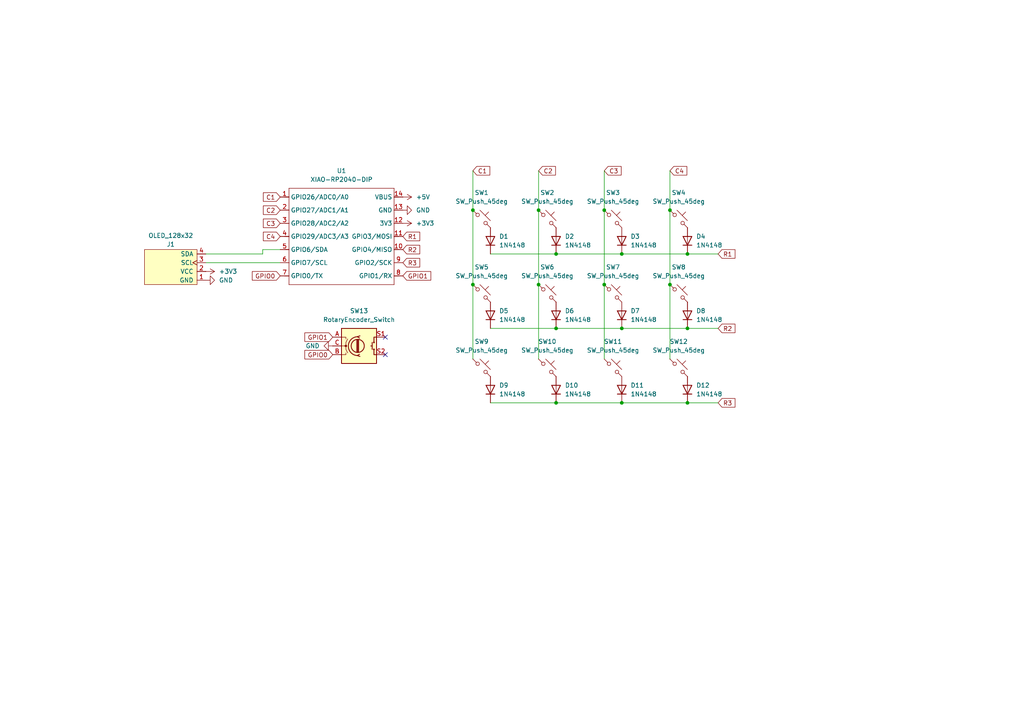
<source format=kicad_sch>
(kicad_sch
	(version 20250114)
	(generator "eeschema")
	(generator_version "9.0")
	(uuid "f1236698-7df3-4a3d-b130-ec170ef221a8")
	(paper "A4")
	(lib_symbols
		(symbol "Device:RotaryEncoder_Switch"
			(pin_names
				(offset 0.254)
				(hide yes)
			)
			(exclude_from_sim no)
			(in_bom yes)
			(on_board yes)
			(property "Reference" "SW"
				(at 0 6.604 0)
				(effects
					(font
						(size 1.27 1.27)
					)
				)
			)
			(property "Value" "RotaryEncoder_Switch"
				(at 0 -6.604 0)
				(effects
					(font
						(size 1.27 1.27)
					)
				)
			)
			(property "Footprint" ""
				(at -3.81 4.064 0)
				(effects
					(font
						(size 1.27 1.27)
					)
					(hide yes)
				)
			)
			(property "Datasheet" "~"
				(at 0 6.604 0)
				(effects
					(font
						(size 1.27 1.27)
					)
					(hide yes)
				)
			)
			(property "Description" "Rotary encoder, dual channel, incremental quadrate outputs, with switch"
				(at 0 0 0)
				(effects
					(font
						(size 1.27 1.27)
					)
					(hide yes)
				)
			)
			(property "ki_keywords" "rotary switch encoder switch push button"
				(at 0 0 0)
				(effects
					(font
						(size 1.27 1.27)
					)
					(hide yes)
				)
			)
			(property "ki_fp_filters" "RotaryEncoder*Switch*"
				(at 0 0 0)
				(effects
					(font
						(size 1.27 1.27)
					)
					(hide yes)
				)
			)
			(symbol "RotaryEncoder_Switch_0_1"
				(rectangle
					(start -5.08 5.08)
					(end 5.08 -5.08)
					(stroke
						(width 0.254)
						(type default)
					)
					(fill
						(type background)
					)
				)
				(polyline
					(pts
						(xy -5.08 2.54) (xy -3.81 2.54) (xy -3.81 2.032)
					)
					(stroke
						(width 0)
						(type default)
					)
					(fill
						(type none)
					)
				)
				(polyline
					(pts
						(xy -5.08 0) (xy -3.81 0) (xy -3.81 -1.016) (xy -3.302 -2.032)
					)
					(stroke
						(width 0)
						(type default)
					)
					(fill
						(type none)
					)
				)
				(polyline
					(pts
						(xy -5.08 -2.54) (xy -3.81 -2.54) (xy -3.81 -2.032)
					)
					(stroke
						(width 0)
						(type default)
					)
					(fill
						(type none)
					)
				)
				(polyline
					(pts
						(xy -4.318 0) (xy -3.81 0) (xy -3.81 1.016) (xy -3.302 2.032)
					)
					(stroke
						(width 0)
						(type default)
					)
					(fill
						(type none)
					)
				)
				(circle
					(center -3.81 0)
					(radius 0.254)
					(stroke
						(width 0)
						(type default)
					)
					(fill
						(type outline)
					)
				)
				(polyline
					(pts
						(xy -0.635 -1.778) (xy -0.635 1.778)
					)
					(stroke
						(width 0.254)
						(type default)
					)
					(fill
						(type none)
					)
				)
				(circle
					(center -0.381 0)
					(radius 1.905)
					(stroke
						(width 0.254)
						(type default)
					)
					(fill
						(type none)
					)
				)
				(polyline
					(pts
						(xy -0.381 -1.778) (xy -0.381 1.778)
					)
					(stroke
						(width 0.254)
						(type default)
					)
					(fill
						(type none)
					)
				)
				(arc
					(start -0.381 -2.794)
					(mid -3.0988 -0.0635)
					(end -0.381 2.667)
					(stroke
						(width 0.254)
						(type default)
					)
					(fill
						(type none)
					)
				)
				(polyline
					(pts
						(xy -0.127 1.778) (xy -0.127 -1.778)
					)
					(stroke
						(width 0.254)
						(type default)
					)
					(fill
						(type none)
					)
				)
				(polyline
					(pts
						(xy 0.254 2.921) (xy -0.508 2.667) (xy 0.127 2.286)
					)
					(stroke
						(width 0.254)
						(type default)
					)
					(fill
						(type none)
					)
				)
				(polyline
					(pts
						(xy 0.254 -3.048) (xy -0.508 -2.794) (xy 0.127 -2.413)
					)
					(stroke
						(width 0.254)
						(type default)
					)
					(fill
						(type none)
					)
				)
				(polyline
					(pts
						(xy 3.81 1.016) (xy 3.81 -1.016)
					)
					(stroke
						(width 0.254)
						(type default)
					)
					(fill
						(type none)
					)
				)
				(polyline
					(pts
						(xy 3.81 0) (xy 3.429 0)
					)
					(stroke
						(width 0.254)
						(type default)
					)
					(fill
						(type none)
					)
				)
				(circle
					(center 4.318 1.016)
					(radius 0.127)
					(stroke
						(width 0.254)
						(type default)
					)
					(fill
						(type none)
					)
				)
				(circle
					(center 4.318 -1.016)
					(radius 0.127)
					(stroke
						(width 0.254)
						(type default)
					)
					(fill
						(type none)
					)
				)
				(polyline
					(pts
						(xy 5.08 2.54) (xy 4.318 2.54) (xy 4.318 1.016)
					)
					(stroke
						(width 0.254)
						(type default)
					)
					(fill
						(type none)
					)
				)
				(polyline
					(pts
						(xy 5.08 -2.54) (xy 4.318 -2.54) (xy 4.318 -1.016)
					)
					(stroke
						(width 0.254)
						(type default)
					)
					(fill
						(type none)
					)
				)
			)
			(symbol "RotaryEncoder_Switch_1_1"
				(pin passive line
					(at -7.62 2.54 0)
					(length 2.54)
					(name "A"
						(effects
							(font
								(size 1.27 1.27)
							)
						)
					)
					(number "A"
						(effects
							(font
								(size 1.27 1.27)
							)
						)
					)
				)
				(pin passive line
					(at -7.62 0 0)
					(length 2.54)
					(name "C"
						(effects
							(font
								(size 1.27 1.27)
							)
						)
					)
					(number "C"
						(effects
							(font
								(size 1.27 1.27)
							)
						)
					)
				)
				(pin passive line
					(at -7.62 -2.54 0)
					(length 2.54)
					(name "B"
						(effects
							(font
								(size 1.27 1.27)
							)
						)
					)
					(number "B"
						(effects
							(font
								(size 1.27 1.27)
							)
						)
					)
				)
				(pin passive line
					(at 7.62 2.54 180)
					(length 2.54)
					(name "S1"
						(effects
							(font
								(size 1.27 1.27)
							)
						)
					)
					(number "S1"
						(effects
							(font
								(size 1.27 1.27)
							)
						)
					)
				)
				(pin passive line
					(at 7.62 -2.54 180)
					(length 2.54)
					(name "S2"
						(effects
							(font
								(size 1.27 1.27)
							)
						)
					)
					(number "S2"
						(effects
							(font
								(size 1.27 1.27)
							)
						)
					)
				)
			)
			(embedded_fonts no)
		)
		(symbol "Diode:1N4148"
			(pin_numbers
				(hide yes)
			)
			(pin_names
				(hide yes)
			)
			(exclude_from_sim no)
			(in_bom yes)
			(on_board yes)
			(property "Reference" "D"
				(at 0 2.54 0)
				(effects
					(font
						(size 1.27 1.27)
					)
				)
			)
			(property "Value" "1N4148"
				(at 0 -2.54 0)
				(effects
					(font
						(size 1.27 1.27)
					)
				)
			)
			(property "Footprint" "Diode_THT:D_DO-35_SOD27_P7.62mm_Horizontal"
				(at 0 0 0)
				(effects
					(font
						(size 1.27 1.27)
					)
					(hide yes)
				)
			)
			(property "Datasheet" "https://assets.nexperia.com/documents/data-sheet/1N4148_1N4448.pdf"
				(at 0 0 0)
				(effects
					(font
						(size 1.27 1.27)
					)
					(hide yes)
				)
			)
			(property "Description" "100V 0.15A standard switching diode, DO-35"
				(at 0 0 0)
				(effects
					(font
						(size 1.27 1.27)
					)
					(hide yes)
				)
			)
			(property "Sim.Device" "D"
				(at 0 0 0)
				(effects
					(font
						(size 1.27 1.27)
					)
					(hide yes)
				)
			)
			(property "Sim.Pins" "1=K 2=A"
				(at 0 0 0)
				(effects
					(font
						(size 1.27 1.27)
					)
					(hide yes)
				)
			)
			(property "ki_keywords" "diode"
				(at 0 0 0)
				(effects
					(font
						(size 1.27 1.27)
					)
					(hide yes)
				)
			)
			(property "ki_fp_filters" "D*DO?35*"
				(at 0 0 0)
				(effects
					(font
						(size 1.27 1.27)
					)
					(hide yes)
				)
			)
			(symbol "1N4148_0_1"
				(polyline
					(pts
						(xy -1.27 1.27) (xy -1.27 -1.27)
					)
					(stroke
						(width 0.254)
						(type default)
					)
					(fill
						(type none)
					)
				)
				(polyline
					(pts
						(xy 1.27 1.27) (xy 1.27 -1.27) (xy -1.27 0) (xy 1.27 1.27)
					)
					(stroke
						(width 0.254)
						(type default)
					)
					(fill
						(type none)
					)
				)
				(polyline
					(pts
						(xy 1.27 0) (xy -1.27 0)
					)
					(stroke
						(width 0)
						(type default)
					)
					(fill
						(type none)
					)
				)
			)
			(symbol "1N4148_1_1"
				(pin passive line
					(at -3.81 0 0)
					(length 2.54)
					(name "K"
						(effects
							(font
								(size 1.27 1.27)
							)
						)
					)
					(number "1"
						(effects
							(font
								(size 1.27 1.27)
							)
						)
					)
				)
				(pin passive line
					(at 3.81 0 180)
					(length 2.54)
					(name "A"
						(effects
							(font
								(size 1.27 1.27)
							)
						)
					)
					(number "2"
						(effects
							(font
								(size 1.27 1.27)
							)
						)
					)
				)
			)
			(embedded_fonts no)
		)
		(symbol "Switch:SW_Push_45deg"
			(pin_numbers
				(hide yes)
			)
			(pin_names
				(offset 1.016)
				(hide yes)
			)
			(exclude_from_sim no)
			(in_bom yes)
			(on_board yes)
			(property "Reference" "SW"
				(at 3.048 1.016 0)
				(effects
					(font
						(size 1.27 1.27)
					)
					(justify left)
				)
			)
			(property "Value" "SW_Push_45deg"
				(at 0 -3.81 0)
				(effects
					(font
						(size 1.27 1.27)
					)
				)
			)
			(property "Footprint" ""
				(at 0 0 0)
				(effects
					(font
						(size 1.27 1.27)
					)
					(hide yes)
				)
			)
			(property "Datasheet" "~"
				(at 0 0 0)
				(effects
					(font
						(size 1.27 1.27)
					)
					(hide yes)
				)
			)
			(property "Description" "Push button switch, normally open, two pins, 45° tilted"
				(at 0 0 0)
				(effects
					(font
						(size 1.27 1.27)
					)
					(hide yes)
				)
			)
			(property "ki_keywords" "switch normally-open pushbutton push-button"
				(at 0 0 0)
				(effects
					(font
						(size 1.27 1.27)
					)
					(hide yes)
				)
			)
			(symbol "SW_Push_45deg_0_1"
				(polyline
					(pts
						(xy -2.54 2.54) (xy -1.524 1.524) (xy -1.524 1.524)
					)
					(stroke
						(width 0)
						(type default)
					)
					(fill
						(type none)
					)
				)
				(circle
					(center -1.1684 1.1684)
					(radius 0.508)
					(stroke
						(width 0)
						(type default)
					)
					(fill
						(type none)
					)
				)
				(polyline
					(pts
						(xy -0.508 2.54) (xy 2.54 -0.508)
					)
					(stroke
						(width 0)
						(type default)
					)
					(fill
						(type none)
					)
				)
				(polyline
					(pts
						(xy 1.016 1.016) (xy 2.032 2.032)
					)
					(stroke
						(width 0)
						(type default)
					)
					(fill
						(type none)
					)
				)
				(circle
					(center 1.143 -1.1938)
					(radius 0.508)
					(stroke
						(width 0)
						(type default)
					)
					(fill
						(type none)
					)
				)
				(polyline
					(pts
						(xy 1.524 -1.524) (xy 2.54 -2.54) (xy 2.54 -2.54) (xy 2.54 -2.54)
					)
					(stroke
						(width 0)
						(type default)
					)
					(fill
						(type none)
					)
				)
				(pin passive line
					(at -2.54 2.54 0)
					(length 0)
					(name "1"
						(effects
							(font
								(size 1.27 1.27)
							)
						)
					)
					(number "1"
						(effects
							(font
								(size 1.27 1.27)
							)
						)
					)
				)
				(pin passive line
					(at 2.54 -2.54 180)
					(length 0)
					(name "2"
						(effects
							(font
								(size 1.27 1.27)
							)
						)
					)
					(number "2"
						(effects
							(font
								(size 1.27 1.27)
							)
						)
					)
				)
			)
			(embedded_fonts no)
		)
		(symbol "XIAO:XIAO-RP2040-DIP"
			(exclude_from_sim no)
			(in_bom yes)
			(on_board yes)
			(property "Reference" "U"
				(at 0 0 0)
				(effects
					(font
						(size 1.27 1.27)
					)
				)
			)
			(property "Value" "XIAO-RP2040-DIP"
				(at 5.334 -1.778 0)
				(effects
					(font
						(size 1.27 1.27)
					)
				)
			)
			(property "Footprint" "Module:MOUDLE14P-XIAO-DIP-SMD"
				(at 14.478 -32.258 0)
				(effects
					(font
						(size 1.27 1.27)
					)
					(hide yes)
				)
			)
			(property "Datasheet" ""
				(at 0 0 0)
				(effects
					(font
						(size 1.27 1.27)
					)
					(hide yes)
				)
			)
			(property "Description" ""
				(at 0 0 0)
				(effects
					(font
						(size 1.27 1.27)
					)
					(hide yes)
				)
			)
			(symbol "XIAO-RP2040-DIP_1_0"
				(polyline
					(pts
						(xy -1.27 -2.54) (xy 29.21 -2.54)
					)
					(stroke
						(width 0.1524)
						(type solid)
					)
					(fill
						(type none)
					)
				)
				(polyline
					(pts
						(xy -1.27 -5.08) (xy -2.54 -5.08)
					)
					(stroke
						(width 0.1524)
						(type solid)
					)
					(fill
						(type none)
					)
				)
				(polyline
					(pts
						(xy -1.27 -5.08) (xy -1.27 -2.54)
					)
					(stroke
						(width 0.1524)
						(type solid)
					)
					(fill
						(type none)
					)
				)
				(polyline
					(pts
						(xy -1.27 -8.89) (xy -2.54 -8.89)
					)
					(stroke
						(width 0.1524)
						(type solid)
					)
					(fill
						(type none)
					)
				)
				(polyline
					(pts
						(xy -1.27 -8.89) (xy -1.27 -5.08)
					)
					(stroke
						(width 0.1524)
						(type solid)
					)
					(fill
						(type none)
					)
				)
				(polyline
					(pts
						(xy -1.27 -12.7) (xy -2.54 -12.7)
					)
					(stroke
						(width 0.1524)
						(type solid)
					)
					(fill
						(type none)
					)
				)
				(polyline
					(pts
						(xy -1.27 -12.7) (xy -1.27 -8.89)
					)
					(stroke
						(width 0.1524)
						(type solid)
					)
					(fill
						(type none)
					)
				)
				(polyline
					(pts
						(xy -1.27 -16.51) (xy -2.54 -16.51)
					)
					(stroke
						(width 0.1524)
						(type solid)
					)
					(fill
						(type none)
					)
				)
				(polyline
					(pts
						(xy -1.27 -16.51) (xy -1.27 -12.7)
					)
					(stroke
						(width 0.1524)
						(type solid)
					)
					(fill
						(type none)
					)
				)
				(polyline
					(pts
						(xy -1.27 -20.32) (xy -2.54 -20.32)
					)
					(stroke
						(width 0.1524)
						(type solid)
					)
					(fill
						(type none)
					)
				)
				(polyline
					(pts
						(xy -1.27 -24.13) (xy -2.54 -24.13)
					)
					(stroke
						(width 0.1524)
						(type solid)
					)
					(fill
						(type none)
					)
				)
				(polyline
					(pts
						(xy -1.27 -27.94) (xy -2.54 -27.94)
					)
					(stroke
						(width 0.1524)
						(type solid)
					)
					(fill
						(type none)
					)
				)
				(polyline
					(pts
						(xy -1.27 -30.48) (xy -1.27 -16.51)
					)
					(stroke
						(width 0.1524)
						(type solid)
					)
					(fill
						(type none)
					)
				)
				(polyline
					(pts
						(xy 29.21 -2.54) (xy 29.21 -5.08)
					)
					(stroke
						(width 0.1524)
						(type solid)
					)
					(fill
						(type none)
					)
				)
				(polyline
					(pts
						(xy 29.21 -5.08) (xy 29.21 -8.89)
					)
					(stroke
						(width 0.1524)
						(type solid)
					)
					(fill
						(type none)
					)
				)
				(polyline
					(pts
						(xy 29.21 -8.89) (xy 29.21 -12.7)
					)
					(stroke
						(width 0.1524)
						(type solid)
					)
					(fill
						(type none)
					)
				)
				(polyline
					(pts
						(xy 29.21 -12.7) (xy 29.21 -30.48)
					)
					(stroke
						(width 0.1524)
						(type solid)
					)
					(fill
						(type none)
					)
				)
				(polyline
					(pts
						(xy 29.21 -30.48) (xy -1.27 -30.48)
					)
					(stroke
						(width 0.1524)
						(type solid)
					)
					(fill
						(type none)
					)
				)
				(polyline
					(pts
						(xy 30.48 -5.08) (xy 29.21 -5.08)
					)
					(stroke
						(width 0.1524)
						(type solid)
					)
					(fill
						(type none)
					)
				)
				(polyline
					(pts
						(xy 30.48 -8.89) (xy 29.21 -8.89)
					)
					(stroke
						(width 0.1524)
						(type solid)
					)
					(fill
						(type none)
					)
				)
				(polyline
					(pts
						(xy 30.48 -12.7) (xy 29.21 -12.7)
					)
					(stroke
						(width 0.1524)
						(type solid)
					)
					(fill
						(type none)
					)
				)
				(polyline
					(pts
						(xy 30.48 -16.51) (xy 29.21 -16.51)
					)
					(stroke
						(width 0.1524)
						(type solid)
					)
					(fill
						(type none)
					)
				)
				(polyline
					(pts
						(xy 30.48 -20.32) (xy 29.21 -20.32)
					)
					(stroke
						(width 0.1524)
						(type solid)
					)
					(fill
						(type none)
					)
				)
				(polyline
					(pts
						(xy 30.48 -24.13) (xy 29.21 -24.13)
					)
					(stroke
						(width 0.1524)
						(type solid)
					)
					(fill
						(type none)
					)
				)
				(polyline
					(pts
						(xy 30.48 -27.94) (xy 29.21 -27.94)
					)
					(stroke
						(width 0.1524)
						(type solid)
					)
					(fill
						(type none)
					)
				)
				(pin passive line
					(at -3.81 -5.08 0)
					(length 2.54)
					(name "GPIO26/ADC0/A0"
						(effects
							(font
								(size 1.27 1.27)
							)
						)
					)
					(number "1"
						(effects
							(font
								(size 1.27 1.27)
							)
						)
					)
				)
				(pin passive line
					(at -3.81 -8.89 0)
					(length 2.54)
					(name "GPIO27/ADC1/A1"
						(effects
							(font
								(size 1.27 1.27)
							)
						)
					)
					(number "2"
						(effects
							(font
								(size 1.27 1.27)
							)
						)
					)
				)
				(pin passive line
					(at -3.81 -12.7 0)
					(length 2.54)
					(name "GPIO28/ADC2/A2"
						(effects
							(font
								(size 1.27 1.27)
							)
						)
					)
					(number "3"
						(effects
							(font
								(size 1.27 1.27)
							)
						)
					)
				)
				(pin passive line
					(at -3.81 -16.51 0)
					(length 2.54)
					(name "GPIO29/ADC3/A3"
						(effects
							(font
								(size 1.27 1.27)
							)
						)
					)
					(number "4"
						(effects
							(font
								(size 1.27 1.27)
							)
						)
					)
				)
				(pin passive line
					(at -3.81 -20.32 0)
					(length 2.54)
					(name "GPIO6/SDA"
						(effects
							(font
								(size 1.27 1.27)
							)
						)
					)
					(number "5"
						(effects
							(font
								(size 1.27 1.27)
							)
						)
					)
				)
				(pin passive line
					(at -3.81 -24.13 0)
					(length 2.54)
					(name "GPIO7/SCL"
						(effects
							(font
								(size 1.27 1.27)
							)
						)
					)
					(number "6"
						(effects
							(font
								(size 1.27 1.27)
							)
						)
					)
				)
				(pin passive line
					(at -3.81 -27.94 0)
					(length 2.54)
					(name "GPIO0/TX"
						(effects
							(font
								(size 1.27 1.27)
							)
						)
					)
					(number "7"
						(effects
							(font
								(size 1.27 1.27)
							)
						)
					)
				)
				(pin passive line
					(at 31.75 -5.08 180)
					(length 2.54)
					(name "VBUS"
						(effects
							(font
								(size 1.27 1.27)
							)
						)
					)
					(number "14"
						(effects
							(font
								(size 1.27 1.27)
							)
						)
					)
				)
				(pin passive line
					(at 31.75 -8.89 180)
					(length 2.54)
					(name "GND"
						(effects
							(font
								(size 1.27 1.27)
							)
						)
					)
					(number "13"
						(effects
							(font
								(size 1.27 1.27)
							)
						)
					)
				)
				(pin passive line
					(at 31.75 -12.7 180)
					(length 2.54)
					(name "3V3"
						(effects
							(font
								(size 1.27 1.27)
							)
						)
					)
					(number "12"
						(effects
							(font
								(size 1.27 1.27)
							)
						)
					)
				)
				(pin passive line
					(at 31.75 -16.51 180)
					(length 2.54)
					(name "GPIO3/MOSI"
						(effects
							(font
								(size 1.27 1.27)
							)
						)
					)
					(number "11"
						(effects
							(font
								(size 1.27 1.27)
							)
						)
					)
				)
				(pin passive line
					(at 31.75 -20.32 180)
					(length 2.54)
					(name "GPIO4/MISO"
						(effects
							(font
								(size 1.27 1.27)
							)
						)
					)
					(number "10"
						(effects
							(font
								(size 1.27 1.27)
							)
						)
					)
				)
				(pin passive line
					(at 31.75 -24.13 180)
					(length 2.54)
					(name "GPIO2/SCK"
						(effects
							(font
								(size 1.27 1.27)
							)
						)
					)
					(number "9"
						(effects
							(font
								(size 1.27 1.27)
							)
						)
					)
				)
				(pin passive line
					(at 31.75 -27.94 180)
					(length 2.54)
					(name "GPIO1/RX"
						(effects
							(font
								(size 1.27 1.27)
							)
						)
					)
					(number "8"
						(effects
							(font
								(size 1.27 1.27)
							)
						)
					)
				)
			)
			(embedded_fonts no)
		)
		(symbol "power:+3V3"
			(power)
			(pin_numbers
				(hide yes)
			)
			(pin_names
				(offset 0)
				(hide yes)
			)
			(exclude_from_sim no)
			(in_bom yes)
			(on_board yes)
			(property "Reference" "#PWR"
				(at 0 -3.81 0)
				(effects
					(font
						(size 1.27 1.27)
					)
					(hide yes)
				)
			)
			(property "Value" "+3V3"
				(at 0 3.556 0)
				(effects
					(font
						(size 1.27 1.27)
					)
				)
			)
			(property "Footprint" ""
				(at 0 0 0)
				(effects
					(font
						(size 1.27 1.27)
					)
					(hide yes)
				)
			)
			(property "Datasheet" ""
				(at 0 0 0)
				(effects
					(font
						(size 1.27 1.27)
					)
					(hide yes)
				)
			)
			(property "Description" "Power symbol creates a global label with name \"+3V3\""
				(at 0 0 0)
				(effects
					(font
						(size 1.27 1.27)
					)
					(hide yes)
				)
			)
			(property "ki_keywords" "global power"
				(at 0 0 0)
				(effects
					(font
						(size 1.27 1.27)
					)
					(hide yes)
				)
			)
			(symbol "+3V3_0_1"
				(polyline
					(pts
						(xy -0.762 1.27) (xy 0 2.54)
					)
					(stroke
						(width 0)
						(type default)
					)
					(fill
						(type none)
					)
				)
				(polyline
					(pts
						(xy 0 2.54) (xy 0.762 1.27)
					)
					(stroke
						(width 0)
						(type default)
					)
					(fill
						(type none)
					)
				)
				(polyline
					(pts
						(xy 0 0) (xy 0 2.54)
					)
					(stroke
						(width 0)
						(type default)
					)
					(fill
						(type none)
					)
				)
			)
			(symbol "+3V3_1_1"
				(pin power_in line
					(at 0 0 90)
					(length 0)
					(name "~"
						(effects
							(font
								(size 1.27 1.27)
							)
						)
					)
					(number "1"
						(effects
							(font
								(size 1.27 1.27)
							)
						)
					)
				)
			)
			(embedded_fonts no)
		)
		(symbol "power:+5V"
			(power)
			(pin_numbers
				(hide yes)
			)
			(pin_names
				(offset 0)
				(hide yes)
			)
			(exclude_from_sim no)
			(in_bom yes)
			(on_board yes)
			(property "Reference" "#PWR"
				(at 0 -3.81 0)
				(effects
					(font
						(size 1.27 1.27)
					)
					(hide yes)
				)
			)
			(property "Value" "+5V"
				(at 0 3.556 0)
				(effects
					(font
						(size 1.27 1.27)
					)
				)
			)
			(property "Footprint" ""
				(at 0 0 0)
				(effects
					(font
						(size 1.27 1.27)
					)
					(hide yes)
				)
			)
			(property "Datasheet" ""
				(at 0 0 0)
				(effects
					(font
						(size 1.27 1.27)
					)
					(hide yes)
				)
			)
			(property "Description" "Power symbol creates a global label with name \"+5V\""
				(at 0 0 0)
				(effects
					(font
						(size 1.27 1.27)
					)
					(hide yes)
				)
			)
			(property "ki_keywords" "global power"
				(at 0 0 0)
				(effects
					(font
						(size 1.27 1.27)
					)
					(hide yes)
				)
			)
			(symbol "+5V_0_1"
				(polyline
					(pts
						(xy -0.762 1.27) (xy 0 2.54)
					)
					(stroke
						(width 0)
						(type default)
					)
					(fill
						(type none)
					)
				)
				(polyline
					(pts
						(xy 0 2.54) (xy 0.762 1.27)
					)
					(stroke
						(width 0)
						(type default)
					)
					(fill
						(type none)
					)
				)
				(polyline
					(pts
						(xy 0 0) (xy 0 2.54)
					)
					(stroke
						(width 0)
						(type default)
					)
					(fill
						(type none)
					)
				)
			)
			(symbol "+5V_1_1"
				(pin power_in line
					(at 0 0 90)
					(length 0)
					(name "~"
						(effects
							(font
								(size 1.27 1.27)
							)
						)
					)
					(number "1"
						(effects
							(font
								(size 1.27 1.27)
							)
						)
					)
				)
			)
			(embedded_fonts no)
		)
		(symbol "power:GND"
			(power)
			(pin_numbers
				(hide yes)
			)
			(pin_names
				(offset 0)
				(hide yes)
			)
			(exclude_from_sim no)
			(in_bom yes)
			(on_board yes)
			(property "Reference" "#PWR"
				(at 0 -6.35 0)
				(effects
					(font
						(size 1.27 1.27)
					)
					(hide yes)
				)
			)
			(property "Value" "GND"
				(at 0 -3.81 0)
				(effects
					(font
						(size 1.27 1.27)
					)
				)
			)
			(property "Footprint" ""
				(at 0 0 0)
				(effects
					(font
						(size 1.27 1.27)
					)
					(hide yes)
				)
			)
			(property "Datasheet" ""
				(at 0 0 0)
				(effects
					(font
						(size 1.27 1.27)
					)
					(hide yes)
				)
			)
			(property "Description" "Power symbol creates a global label with name \"GND\" , ground"
				(at 0 0 0)
				(effects
					(font
						(size 1.27 1.27)
					)
					(hide yes)
				)
			)
			(property "ki_keywords" "global power"
				(at 0 0 0)
				(effects
					(font
						(size 1.27 1.27)
					)
					(hide yes)
				)
			)
			(symbol "GND_0_1"
				(polyline
					(pts
						(xy 0 0) (xy 0 -1.27) (xy 1.27 -1.27) (xy 0 -2.54) (xy -1.27 -1.27) (xy 0 -1.27)
					)
					(stroke
						(width 0)
						(type default)
					)
					(fill
						(type none)
					)
				)
			)
			(symbol "GND_1_1"
				(pin power_in line
					(at 0 0 270)
					(length 0)
					(name "~"
						(effects
							(font
								(size 1.27 1.27)
							)
						)
					)
					(number "1"
						(effects
							(font
								(size 1.27 1.27)
							)
						)
					)
				)
			)
			(embedded_fonts no)
		)
		(symbol "scottokeebs:OLED_128x32"
			(pin_names
				(offset 1.016)
			)
			(exclude_from_sim no)
			(in_bom yes)
			(on_board yes)
			(property "Reference" "J"
				(at 0 -6.35 0)
				(effects
					(font
						(size 1.27 1.27)
					)
				)
			)
			(property "Value" "OLED_128x32"
				(at 0 6.35 0)
				(effects
					(font
						(size 1.27 1.27)
					)
				)
			)
			(property "Footprint" "ScottoKeebs_Components:OLED_128x32"
				(at 0 8.89 0)
				(effects
					(font
						(size 1.27 1.27)
					)
					(hide yes)
				)
			)
			(property "Datasheet" ""
				(at 0 1.27 0)
				(effects
					(font
						(size 1.27 1.27)
					)
					(hide yes)
				)
			)
			(property "Description" ""
				(at 0 0 0)
				(effects
					(font
						(size 1.27 1.27)
					)
					(hide yes)
				)
			)
			(symbol "OLED_128x32_0_1"
				(rectangle
					(start 0 5.08)
					(end 15.24 -5.08)
					(stroke
						(width 0)
						(type default)
					)
					(fill
						(type background)
					)
				)
			)
			(symbol "OLED_128x32_1_1"
				(pin bidirectional line
					(at -2.54 3.81 0)
					(length 2.54)
					(name "SDA"
						(effects
							(font
								(size 1.27 1.27)
							)
						)
					)
					(number "4"
						(effects
							(font
								(size 1.27 1.27)
							)
						)
					)
				)
				(pin input clock
					(at -2.54 1.27 0)
					(length 2.54)
					(name "SCL"
						(effects
							(font
								(size 1.27 1.27)
							)
						)
					)
					(number "3"
						(effects
							(font
								(size 1.27 1.27)
							)
						)
					)
				)
				(pin power_in line
					(at -2.54 -1.27 0)
					(length 2.54)
					(name "VCC"
						(effects
							(font
								(size 1.27 1.27)
							)
						)
					)
					(number "2"
						(effects
							(font
								(size 1.27 1.27)
							)
						)
					)
				)
				(pin power_in line
					(at -2.54 -3.81 0)
					(length 2.54)
					(name "GND"
						(effects
							(font
								(size 1.27 1.27)
							)
						)
					)
					(number "1"
						(effects
							(font
								(size 1.27 1.27)
							)
						)
					)
				)
			)
			(embedded_fonts no)
		)
	)
	(junction
		(at 199.39 73.66)
		(diameter 0)
		(color 0 0 0 0)
		(uuid "2454c38b-d7b4-42ca-89b0-3a93a154bfe7")
	)
	(junction
		(at 156.21 60.96)
		(diameter 0)
		(color 0 0 0 0)
		(uuid "3960511d-3589-4761-9506-c96305f33894")
	)
	(junction
		(at 175.26 82.55)
		(diameter 0)
		(color 0 0 0 0)
		(uuid "44e4e926-b13d-4fac-92f8-5c27a0911d8f")
	)
	(junction
		(at 137.16 82.55)
		(diameter 0)
		(color 0 0 0 0)
		(uuid "47f4736d-be6e-448f-a0ad-eda614d3dc10")
	)
	(junction
		(at 199.39 116.84)
		(diameter 0)
		(color 0 0 0 0)
		(uuid "7295aa69-f24e-4bad-aaf7-8621af4c19b6")
	)
	(junction
		(at 194.31 82.55)
		(diameter 0)
		(color 0 0 0 0)
		(uuid "80a4c8eb-2ed0-4cf1-ae22-112b8fc949f5")
	)
	(junction
		(at 194.31 60.96)
		(diameter 0)
		(color 0 0 0 0)
		(uuid "8ba9ffed-7d55-4194-89b5-b1a2ccdf8343")
	)
	(junction
		(at 175.26 60.96)
		(diameter 0)
		(color 0 0 0 0)
		(uuid "8d3e7779-3f33-42ec-93d9-f0bbe9da1887")
	)
	(junction
		(at 161.29 73.66)
		(diameter 0)
		(color 0 0 0 0)
		(uuid "9192046a-83c4-4861-b4ee-a1f386d99c09")
	)
	(junction
		(at 161.29 95.25)
		(diameter 0)
		(color 0 0 0 0)
		(uuid "95ad9e00-44e4-4dae-8cb0-19c54221b370")
	)
	(junction
		(at 156.21 82.55)
		(diameter 0)
		(color 0 0 0 0)
		(uuid "af4e513e-8d78-48c1-bdf1-df52921e3163")
	)
	(junction
		(at 161.29 116.84)
		(diameter 0)
		(color 0 0 0 0)
		(uuid "c09a1936-6cb5-4945-95e2-5f29b25034db")
	)
	(junction
		(at 137.16 60.96)
		(diameter 0)
		(color 0 0 0 0)
		(uuid "ca77f538-d1ef-4a68-a77b-c4b215b3694c")
	)
	(junction
		(at 180.34 95.25)
		(diameter 0)
		(color 0 0 0 0)
		(uuid "cbf4645d-f534-42c5-be90-d58034a5ecab")
	)
	(junction
		(at 180.34 116.84)
		(diameter 0)
		(color 0 0 0 0)
		(uuid "e0d7988c-a5ce-4077-9942-2bebed88db9f")
	)
	(junction
		(at 199.39 95.25)
		(diameter 0)
		(color 0 0 0 0)
		(uuid "e83e9d4b-2386-4479-b081-2eb32b8bbcad")
	)
	(junction
		(at 180.34 73.66)
		(diameter 0)
		(color 0 0 0 0)
		(uuid "edaaeed1-8fdd-46b4-bfca-744fc4ed9609")
	)
	(no_connect
		(at 111.76 102.87)
		(uuid "3896eca3-181e-42fa-9b14-c43734b1a523")
	)
	(no_connect
		(at 111.76 97.79)
		(uuid "4f5e2dc2-056b-4faf-9610-0f8ad58c4e44")
	)
	(wire
		(pts
			(xy 76.2 72.39) (xy 81.28 72.39)
		)
		(stroke
			(width 0)
			(type default)
		)
		(uuid "05767739-024f-442c-bd5f-298585558514")
	)
	(wire
		(pts
			(xy 161.29 95.25) (xy 180.34 95.25)
		)
		(stroke
			(width 0)
			(type default)
		)
		(uuid "08c5d374-b625-4c9c-9a89-a278610252fb")
	)
	(wire
		(pts
			(xy 76.2 73.66) (xy 76.2 72.39)
		)
		(stroke
			(width 0)
			(type default)
		)
		(uuid "14713904-8bb0-4491-ada0-91976118eae6")
	)
	(wire
		(pts
			(xy 161.29 116.84) (xy 180.34 116.84)
		)
		(stroke
			(width 0)
			(type default)
		)
		(uuid "20060b99-0af4-4dce-be9f-f211d89c76ec")
	)
	(wire
		(pts
			(xy 194.31 49.53) (xy 194.31 60.96)
		)
		(stroke
			(width 0)
			(type default)
		)
		(uuid "2015273d-b2ce-4711-8d7b-dd48b78b0df5")
	)
	(wire
		(pts
			(xy 175.26 49.53) (xy 175.26 60.96)
		)
		(stroke
			(width 0)
			(type default)
		)
		(uuid "2e2429f1-8b1b-4e0f-b3b7-8a42cd39e287")
	)
	(wire
		(pts
			(xy 194.31 60.96) (xy 194.31 82.55)
		)
		(stroke
			(width 0)
			(type default)
		)
		(uuid "2e3c9b94-0449-40a2-8d0f-7529fe3a91de")
	)
	(wire
		(pts
			(xy 142.24 95.25) (xy 161.29 95.25)
		)
		(stroke
			(width 0)
			(type default)
		)
		(uuid "3dcc7058-6922-4def-a52a-13903a0326ff")
	)
	(wire
		(pts
			(xy 180.34 95.25) (xy 199.39 95.25)
		)
		(stroke
			(width 0)
			(type default)
		)
		(uuid "4c7986da-0b1e-4b76-8f8a-3cdd929f1725")
	)
	(wire
		(pts
			(xy 199.39 95.25) (xy 208.28 95.25)
		)
		(stroke
			(width 0)
			(type default)
		)
		(uuid "5502f829-19fc-4e61-809a-54e8e2b621d1")
	)
	(wire
		(pts
			(xy 161.29 73.66) (xy 180.34 73.66)
		)
		(stroke
			(width 0)
			(type default)
		)
		(uuid "5550e980-03fe-45df-aa8d-af3b2097bf2a")
	)
	(wire
		(pts
			(xy 142.24 73.66) (xy 161.29 73.66)
		)
		(stroke
			(width 0)
			(type default)
		)
		(uuid "58c46e30-3218-4d66-939a-8802a82e33a2")
	)
	(wire
		(pts
			(xy 156.21 49.53) (xy 156.21 60.96)
		)
		(stroke
			(width 0)
			(type default)
		)
		(uuid "6b3f9f35-f1cb-48d4-a19f-02b7349e6ef0")
	)
	(wire
		(pts
			(xy 137.16 49.53) (xy 137.16 60.96)
		)
		(stroke
			(width 0)
			(type default)
		)
		(uuid "7716c066-1465-45be-8943-37f0dd9fc433")
	)
	(wire
		(pts
			(xy 199.39 73.66) (xy 208.28 73.66)
		)
		(stroke
			(width 0)
			(type default)
		)
		(uuid "7bafc029-28a6-46ec-9ec8-6a891b3aecf1")
	)
	(wire
		(pts
			(xy 199.39 116.84) (xy 208.28 116.84)
		)
		(stroke
			(width 0)
			(type default)
		)
		(uuid "8c29c571-79d6-4511-8833-e29204a87945")
	)
	(wire
		(pts
			(xy 180.34 116.84) (xy 199.39 116.84)
		)
		(stroke
			(width 0)
			(type default)
		)
		(uuid "8f63ab66-7def-4e73-99ea-61eaff937c54")
	)
	(wire
		(pts
			(xy 137.16 82.55) (xy 137.16 104.14)
		)
		(stroke
			(width 0)
			(type default)
		)
		(uuid "90eb566c-24ac-4398-a811-332062b0d3c6")
	)
	(wire
		(pts
			(xy 180.34 73.66) (xy 199.39 73.66)
		)
		(stroke
			(width 0)
			(type default)
		)
		(uuid "92be7406-8bf0-471a-bf66-13fa1272fc0d")
	)
	(wire
		(pts
			(xy 175.26 82.55) (xy 175.26 104.14)
		)
		(stroke
			(width 0)
			(type default)
		)
		(uuid "9ebc592a-a3ff-40aa-b6dd-4bef29bb0a37")
	)
	(wire
		(pts
			(xy 175.26 60.96) (xy 175.26 82.55)
		)
		(stroke
			(width 0)
			(type default)
		)
		(uuid "ac38ea5d-628c-424d-bcaf-ff72ef4bee74")
	)
	(wire
		(pts
			(xy 137.16 60.96) (xy 137.16 82.55)
		)
		(stroke
			(width 0)
			(type default)
		)
		(uuid "c35ff2c2-11fa-47a2-8d1f-efa3e286fc78")
	)
	(wire
		(pts
			(xy 194.31 82.55) (xy 194.31 104.14)
		)
		(stroke
			(width 0)
			(type default)
		)
		(uuid "c4545c93-d8d2-42f0-989f-879b24aafa7e")
	)
	(wire
		(pts
			(xy 156.21 82.55) (xy 156.21 104.14)
		)
		(stroke
			(width 0)
			(type default)
		)
		(uuid "ccf3d509-4697-4a46-bf7c-23e817fd1921")
	)
	(wire
		(pts
			(xy 59.69 73.66) (xy 76.2 73.66)
		)
		(stroke
			(width 0)
			(type default)
		)
		(uuid "d72cc9ea-6019-4309-8446-983ebcdbcfed")
	)
	(wire
		(pts
			(xy 156.21 60.96) (xy 156.21 82.55)
		)
		(stroke
			(width 0)
			(type default)
		)
		(uuid "e503ecad-fe77-4ece-8b7a-a49a0317bac3")
	)
	(wire
		(pts
			(xy 59.69 76.2) (xy 81.28 76.2)
		)
		(stroke
			(width 0)
			(type default)
		)
		(uuid "eb18d03e-4a3d-449d-8d4f-3ddfd1976505")
	)
	(wire
		(pts
			(xy 142.24 116.84) (xy 161.29 116.84)
		)
		(stroke
			(width 0)
			(type default)
		)
		(uuid "fe8a65c4-d089-4f55-a7d8-3d67d80bc37c")
	)
	(global_label "R1"
		(shape input)
		(at 116.84 68.58 0)
		(fields_autoplaced yes)
		(effects
			(font
				(size 1.27 1.27)
			)
			(justify left)
		)
		(uuid "1a34f0ab-5344-4ffd-af4a-e420740a1e5f")
		(property "Intersheetrefs" "${INTERSHEET_REFS}"
			(at 122.3047 68.58 0)
			(effects
				(font
					(size 1.27 1.27)
				)
				(justify left)
				(hide yes)
			)
		)
	)
	(global_label "C3"
		(shape input)
		(at 81.28 64.77 180)
		(fields_autoplaced yes)
		(effects
			(font
				(size 1.27 1.27)
			)
			(justify right)
		)
		(uuid "44d2580a-df54-4e25-bf10-e2d9c031a6c7")
		(property "Intersheetrefs" "${INTERSHEET_REFS}"
			(at 75.8153 64.77 0)
			(effects
				(font
					(size 1.27 1.27)
				)
				(justify right)
				(hide yes)
			)
		)
	)
	(global_label "R3"
		(shape input)
		(at 116.84 76.2 0)
		(fields_autoplaced yes)
		(effects
			(font
				(size 1.27 1.27)
			)
			(justify left)
		)
		(uuid "49917b10-aba2-4392-aff3-822f1d4bd252")
		(property "Intersheetrefs" "${INTERSHEET_REFS}"
			(at 122.3047 76.2 0)
			(effects
				(font
					(size 1.27 1.27)
				)
				(justify left)
				(hide yes)
			)
		)
	)
	(global_label "C1"
		(shape input)
		(at 137.16 49.53 0)
		(fields_autoplaced yes)
		(effects
			(font
				(size 1.27 1.27)
			)
			(justify left)
		)
		(uuid "4d714866-f779-48e8-82ab-abace9e29d38")
		(property "Intersheetrefs" "${INTERSHEET_REFS}"
			(at 142.6247 49.53 0)
			(effects
				(font
					(size 1.27 1.27)
				)
				(justify left)
				(hide yes)
			)
		)
	)
	(global_label "GPIO0"
		(shape input)
		(at 81.28 80.01 180)
		(fields_autoplaced yes)
		(effects
			(font
				(size 1.27 1.27)
			)
			(justify right)
		)
		(uuid "587418ab-7115-4154-ae9a-9edf96e9a254")
		(property "Intersheetrefs" "${INTERSHEET_REFS}"
			(at 72.61 80.01 0)
			(effects
				(font
					(size 1.27 1.27)
				)
				(justify right)
				(hide yes)
			)
		)
	)
	(global_label "C1"
		(shape input)
		(at 81.28 57.15 180)
		(fields_autoplaced yes)
		(effects
			(font
				(size 1.27 1.27)
			)
			(justify right)
		)
		(uuid "76827139-a86a-456d-b80e-97a8d94c96cf")
		(property "Intersheetrefs" "${INTERSHEET_REFS}"
			(at 75.8153 57.15 0)
			(effects
				(font
					(size 1.27 1.27)
				)
				(justify right)
				(hide yes)
			)
		)
	)
	(global_label "GPIO0"
		(shape input)
		(at 96.52 102.87 180)
		(fields_autoplaced yes)
		(effects
			(font
				(size 1.27 1.27)
			)
			(justify right)
		)
		(uuid "a0ee0bb4-3194-4e7b-bb5e-67c768b14de3")
		(property "Intersheetrefs" "${INTERSHEET_REFS}"
			(at 87.85 102.87 0)
			(effects
				(font
					(size 1.27 1.27)
				)
				(justify right)
				(hide yes)
			)
		)
	)
	(global_label "C4"
		(shape input)
		(at 194.31 49.53 0)
		(fields_autoplaced yes)
		(effects
			(font
				(size 1.27 1.27)
			)
			(justify left)
		)
		(uuid "a69a0b12-b735-40a8-898d-490b617b3560")
		(property "Intersheetrefs" "${INTERSHEET_REFS}"
			(at 199.7747 49.53 0)
			(effects
				(font
					(size 1.27 1.27)
				)
				(justify left)
				(hide yes)
			)
		)
	)
	(global_label "R2"
		(shape input)
		(at 208.28 95.25 0)
		(fields_autoplaced yes)
		(effects
			(font
				(size 1.27 1.27)
			)
			(justify left)
		)
		(uuid "b01df0a7-8a46-42aa-ae6b-fec65e622c40")
		(property "Intersheetrefs" "${INTERSHEET_REFS}"
			(at 213.7447 95.25 0)
			(effects
				(font
					(size 1.27 1.27)
				)
				(justify left)
				(hide yes)
			)
		)
	)
	(global_label "R3"
		(shape input)
		(at 208.28 116.84 0)
		(fields_autoplaced yes)
		(effects
			(font
				(size 1.27 1.27)
			)
			(justify left)
		)
		(uuid "b49266d9-26b9-4198-95fd-cce039877bda")
		(property "Intersheetrefs" "${INTERSHEET_REFS}"
			(at 213.7447 116.84 0)
			(effects
				(font
					(size 1.27 1.27)
				)
				(justify left)
				(hide yes)
			)
		)
	)
	(global_label "C3"
		(shape input)
		(at 175.26 49.53 0)
		(fields_autoplaced yes)
		(effects
			(font
				(size 1.27 1.27)
			)
			(justify left)
		)
		(uuid "b63c354b-448e-460c-8566-e440d79709ec")
		(property "Intersheetrefs" "${INTERSHEET_REFS}"
			(at 180.7247 49.53 0)
			(effects
				(font
					(size 1.27 1.27)
				)
				(justify left)
				(hide yes)
			)
		)
	)
	(global_label "R2"
		(shape input)
		(at 116.84 72.39 0)
		(fields_autoplaced yes)
		(effects
			(font
				(size 1.27 1.27)
			)
			(justify left)
		)
		(uuid "b8f25107-1695-4860-a957-5d2ba0f9721b")
		(property "Intersheetrefs" "${INTERSHEET_REFS}"
			(at 122.3047 72.39 0)
			(effects
				(font
					(size 1.27 1.27)
				)
				(justify left)
				(hide yes)
			)
		)
	)
	(global_label "GPIO1"
		(shape input)
		(at 96.52 97.79 180)
		(fields_autoplaced yes)
		(effects
			(font
				(size 1.27 1.27)
			)
			(justify right)
		)
		(uuid "dd455383-ab0c-419d-9d42-b938825afd7b")
		(property "Intersheetrefs" "${INTERSHEET_REFS}"
			(at 87.85 97.79 0)
			(effects
				(font
					(size 1.27 1.27)
				)
				(justify right)
				(hide yes)
			)
		)
	)
	(global_label "C2"
		(shape input)
		(at 81.28 60.96 180)
		(fields_autoplaced yes)
		(effects
			(font
				(size 1.27 1.27)
			)
			(justify right)
		)
		(uuid "e1e0f92d-a2e2-41db-96a5-e5ec2276ce6e")
		(property "Intersheetrefs" "${INTERSHEET_REFS}"
			(at 75.8153 60.96 0)
			(effects
				(font
					(size 1.27 1.27)
				)
				(justify right)
				(hide yes)
			)
		)
	)
	(global_label "C4"
		(shape input)
		(at 81.28 68.58 180)
		(fields_autoplaced yes)
		(effects
			(font
				(size 1.27 1.27)
			)
			(justify right)
		)
		(uuid "e5d1d5f2-c8a5-49ab-bf49-ec66a1b6d4cf")
		(property "Intersheetrefs" "${INTERSHEET_REFS}"
			(at 75.8153 68.58 0)
			(effects
				(font
					(size 1.27 1.27)
				)
				(justify right)
				(hide yes)
			)
		)
	)
	(global_label "R1"
		(shape input)
		(at 208.28 73.66 0)
		(fields_autoplaced yes)
		(effects
			(font
				(size 1.27 1.27)
			)
			(justify left)
		)
		(uuid "e9ab78a3-c6d0-4dab-ab65-d774bc2bd2d8")
		(property "Intersheetrefs" "${INTERSHEET_REFS}"
			(at 213.7447 73.66 0)
			(effects
				(font
					(size 1.27 1.27)
				)
				(justify left)
				(hide yes)
			)
		)
	)
	(global_label "C2"
		(shape input)
		(at 156.21 49.53 0)
		(fields_autoplaced yes)
		(effects
			(font
				(size 1.27 1.27)
			)
			(justify left)
		)
		(uuid "f9211bdb-28e2-4e3a-8ca5-c0f24c124258")
		(property "Intersheetrefs" "${INTERSHEET_REFS}"
			(at 161.6747 49.53 0)
			(effects
				(font
					(size 1.27 1.27)
				)
				(justify left)
				(hide yes)
			)
		)
	)
	(global_label "GPIO1"
		(shape input)
		(at 116.84 80.01 0)
		(fields_autoplaced yes)
		(effects
			(font
				(size 1.27 1.27)
			)
			(justify left)
		)
		(uuid "fc080c11-cfa0-40ce-9d1f-52f52f852c5d")
		(property "Intersheetrefs" "${INTERSHEET_REFS}"
			(at 125.51 80.01 0)
			(effects
				(font
					(size 1.27 1.27)
				)
				(justify left)
				(hide yes)
			)
		)
	)
	(symbol
		(lib_id "Diode:1N4148")
		(at 142.24 91.44 90)
		(unit 1)
		(exclude_from_sim no)
		(in_bom yes)
		(on_board yes)
		(dnp no)
		(fields_autoplaced yes)
		(uuid "015ba0d1-c532-4783-a9f4-fccafa795666")
		(property "Reference" "D5"
			(at 144.78 90.1699 90)
			(effects
				(font
					(size 1.27 1.27)
				)
				(justify right)
			)
		)
		(property "Value" "1N4148"
			(at 144.78 92.7099 90)
			(effects
				(font
					(size 1.27 1.27)
				)
				(justify right)
			)
		)
		(property "Footprint" "Diode_THT:D_DO-35_SOD27_P7.62mm_Horizontal"
			(at 142.24 91.44 0)
			(effects
				(font
					(size 1.27 1.27)
				)
				(hide yes)
			)
		)
		(property "Datasheet" "https://assets.nexperia.com/documents/data-sheet/1N4148_1N4448.pdf"
			(at 142.24 91.44 0)
			(effects
				(font
					(size 1.27 1.27)
				)
				(hide yes)
			)
		)
		(property "Description" "100V 0.15A standard switching diode, DO-35"
			(at 142.24 91.44 0)
			(effects
				(font
					(size 1.27 1.27)
				)
				(hide yes)
			)
		)
		(property "Sim.Device" "D"
			(at 142.24 91.44 0)
			(effects
				(font
					(size 1.27 1.27)
				)
				(hide yes)
			)
		)
		(property "Sim.Pins" "1=K 2=A"
			(at 142.24 91.44 0)
			(effects
				(font
					(size 1.27 1.27)
				)
				(hide yes)
			)
		)
		(pin "1"
			(uuid "c534f916-fa69-4af2-8654-f10f18364250")
		)
		(pin "2"
			(uuid "3b6a7c9d-7e57-4c41-8a83-6125e7c94464")
		)
		(instances
			(project "flightpad"
				(path "/f1236698-7df3-4a3d-b130-ec170ef221a8"
					(reference "D5")
					(unit 1)
				)
			)
		)
	)
	(symbol
		(lib_id "Switch:SW_Push_45deg")
		(at 158.75 85.09 0)
		(unit 1)
		(exclude_from_sim no)
		(in_bom yes)
		(on_board yes)
		(dnp no)
		(fields_autoplaced yes)
		(uuid "1040fc9a-dadb-46a7-8c28-ddcc7924bbe4")
		(property "Reference" "SW6"
			(at 158.75 77.47 0)
			(effects
				(font
					(size 1.27 1.27)
				)
			)
		)
		(property "Value" "SW_Push_45deg"
			(at 158.75 80.01 0)
			(effects
				(font
					(size 1.27 1.27)
				)
			)
		)
		(property "Footprint" "dual_hotswap:dual-hotswap_MX"
			(at 158.75 85.09 0)
			(effects
				(font
					(size 1.27 1.27)
				)
				(hide yes)
			)
		)
		(property "Datasheet" "~"
			(at 158.75 85.09 0)
			(effects
				(font
					(size 1.27 1.27)
				)
				(hide yes)
			)
		)
		(property "Description" "Push button switch, normally open, two pins, 45° tilted"
			(at 158.75 85.09 0)
			(effects
				(font
					(size 1.27 1.27)
				)
				(hide yes)
			)
		)
		(pin "1"
			(uuid "65e351a7-e101-4d05-88ad-3e549affd39b")
		)
		(pin "2"
			(uuid "e16632e6-2482-49ef-985c-d617c958afcd")
		)
		(instances
			(project "flightpad"
				(path "/f1236698-7df3-4a3d-b130-ec170ef221a8"
					(reference "SW6")
					(unit 1)
				)
			)
		)
	)
	(symbol
		(lib_id "XIAO:XIAO-RP2040-DIP")
		(at 85.09 52.07 0)
		(unit 1)
		(exclude_from_sim no)
		(in_bom yes)
		(on_board yes)
		(dnp no)
		(uuid "106d9bec-227f-4f49-b80d-841d1d93de2c")
		(property "Reference" "U1"
			(at 99.06 49.53 0)
			(effects
				(font
					(size 1.27 1.27)
				)
			)
		)
		(property "Value" "XIAO-RP2040-DIP"
			(at 99.06 52.07 0)
			(effects
				(font
					(size 1.27 1.27)
				)
			)
		)
		(property "Footprint" "Seeed-XIAO:XIAO-RP2040-DIP"
			(at 99.568 84.328 0)
			(effects
				(font
					(size 1.27 1.27)
				)
				(hide yes)
			)
		)
		(property "Datasheet" ""
			(at 85.09 52.07 0)
			(effects
				(font
					(size 1.27 1.27)
				)
				(hide yes)
			)
		)
		(property "Description" ""
			(at 85.09 52.07 0)
			(effects
				(font
					(size 1.27 1.27)
				)
				(hide yes)
			)
		)
		(pin "1"
			(uuid "ceb8938e-def2-4838-8112-c5d0bc292440")
		)
		(pin "13"
			(uuid "fc2ca5c1-e07d-432d-9d19-c7ff7e7059b2")
		)
		(pin "9"
			(uuid "6e0cdf8a-16f4-442b-9bb2-56510584293d")
		)
		(pin "14"
			(uuid "012d982a-89b2-4f38-b83c-8353098b72af")
		)
		(pin "8"
			(uuid "87034087-3cf2-4c1f-98d6-877e4650f7ac")
		)
		(pin "7"
			(uuid "894db5ec-e674-48e3-97fd-edc9fbe8e9c9")
		)
		(pin "4"
			(uuid "2a244e8b-5dd9-40d1-9a26-8089226c5d6c")
		)
		(pin "10"
			(uuid "e00942eb-eaab-424e-87fc-d313169e3404")
		)
		(pin "5"
			(uuid "bf991fa0-dc71-420e-bb2f-c090055134b3")
		)
		(pin "3"
			(uuid "cd7cffd9-b815-446e-9714-fbab6844546a")
		)
		(pin "11"
			(uuid "501d3e82-57e1-4f8b-874c-12c1d98f2273")
		)
		(pin "2"
			(uuid "45642853-e4c7-44a2-b4ad-b308531ef0c8")
		)
		(pin "6"
			(uuid "26452422-21b4-42b0-9d59-1508fed90ebc")
		)
		(pin "12"
			(uuid "4c9e1199-7ac6-479f-892a-e461defabafe")
		)
		(instances
			(project ""
				(path "/f1236698-7df3-4a3d-b130-ec170ef221a8"
					(reference "U1")
					(unit 1)
				)
			)
		)
	)
	(symbol
		(lib_id "Switch:SW_Push_45deg")
		(at 196.85 85.09 0)
		(unit 1)
		(exclude_from_sim no)
		(in_bom yes)
		(on_board yes)
		(dnp no)
		(fields_autoplaced yes)
		(uuid "1091264d-2e6c-403b-b66b-a62cc5f51cb1")
		(property "Reference" "SW8"
			(at 196.85 77.47 0)
			(effects
				(font
					(size 1.27 1.27)
				)
			)
		)
		(property "Value" "SW_Push_45deg"
			(at 196.85 80.01 0)
			(effects
				(font
					(size 1.27 1.27)
				)
			)
		)
		(property "Footprint" "dual_hotswap:dual-hotswap_MX"
			(at 196.85 85.09 0)
			(effects
				(font
					(size 1.27 1.27)
				)
				(hide yes)
			)
		)
		(property "Datasheet" "~"
			(at 196.85 85.09 0)
			(effects
				(font
					(size 1.27 1.27)
				)
				(hide yes)
			)
		)
		(property "Description" "Push button switch, normally open, two pins, 45° tilted"
			(at 196.85 85.09 0)
			(effects
				(font
					(size 1.27 1.27)
				)
				(hide yes)
			)
		)
		(pin "1"
			(uuid "b4b90fed-2c96-4c4d-8a1b-d15c682f8e99")
		)
		(pin "2"
			(uuid "9aa2f631-f528-4591-ae7d-98fe2af43029")
		)
		(instances
			(project "flightpad"
				(path "/f1236698-7df3-4a3d-b130-ec170ef221a8"
					(reference "SW8")
					(unit 1)
				)
			)
		)
	)
	(symbol
		(lib_id "Switch:SW_Push_45deg")
		(at 196.85 106.68 0)
		(unit 1)
		(exclude_from_sim no)
		(in_bom yes)
		(on_board yes)
		(dnp no)
		(fields_autoplaced yes)
		(uuid "177a3b72-3a63-4ec0-a7b7-7d547270c0af")
		(property "Reference" "SW12"
			(at 196.85 99.06 0)
			(effects
				(font
					(size 1.27 1.27)
				)
			)
		)
		(property "Value" "SW_Push_45deg"
			(at 196.85 101.6 0)
			(effects
				(font
					(size 1.27 1.27)
				)
			)
		)
		(property "Footprint" "dual_hotswap:dual-hotswap_MX"
			(at 196.85 106.68 0)
			(effects
				(font
					(size 1.27 1.27)
				)
				(hide yes)
			)
		)
		(property "Datasheet" "~"
			(at 196.85 106.68 0)
			(effects
				(font
					(size 1.27 1.27)
				)
				(hide yes)
			)
		)
		(property "Description" "Push button switch, normally open, two pins, 45° tilted"
			(at 196.85 106.68 0)
			(effects
				(font
					(size 1.27 1.27)
				)
				(hide yes)
			)
		)
		(pin "1"
			(uuid "0cc68148-159d-48c0-be43-13383eab5ea2")
		)
		(pin "2"
			(uuid "85021fd7-0309-4295-bf99-b8aa8e4692e4")
		)
		(instances
			(project "flightpad"
				(path "/f1236698-7df3-4a3d-b130-ec170ef221a8"
					(reference "SW12")
					(unit 1)
				)
			)
		)
	)
	(symbol
		(lib_id "power:+3V3")
		(at 116.84 64.77 270)
		(unit 1)
		(exclude_from_sim no)
		(in_bom yes)
		(on_board yes)
		(dnp no)
		(fields_autoplaced yes)
		(uuid "17867af3-fc6c-4e1b-a679-0a0f7642724e")
		(property "Reference" "#PWR03"
			(at 113.03 64.77 0)
			(effects
				(font
					(size 1.27 1.27)
				)
				(hide yes)
			)
		)
		(property "Value" "+3V3"
			(at 120.65 64.7699 90)
			(effects
				(font
					(size 1.27 1.27)
				)
				(justify left)
			)
		)
		(property "Footprint" ""
			(at 116.84 64.77 0)
			(effects
				(font
					(size 1.27 1.27)
				)
				(hide yes)
			)
		)
		(property "Datasheet" ""
			(at 116.84 64.77 0)
			(effects
				(font
					(size 1.27 1.27)
				)
				(hide yes)
			)
		)
		(property "Description" "Power symbol creates a global label with name \"+3V3\""
			(at 116.84 64.77 0)
			(effects
				(font
					(size 1.27 1.27)
				)
				(hide yes)
			)
		)
		(pin "1"
			(uuid "d0893f58-9ed5-4d4e-898a-eab34b01bd65")
		)
		(instances
			(project ""
				(path "/f1236698-7df3-4a3d-b130-ec170ef221a8"
					(reference "#PWR03")
					(unit 1)
				)
			)
		)
	)
	(symbol
		(lib_id "power:GND")
		(at 116.84 60.96 90)
		(unit 1)
		(exclude_from_sim no)
		(in_bom yes)
		(on_board yes)
		(dnp no)
		(fields_autoplaced yes)
		(uuid "1db471ed-c429-49e3-941e-4297f0825543")
		(property "Reference" "#PWR02"
			(at 123.19 60.96 0)
			(effects
				(font
					(size 1.27 1.27)
				)
				(hide yes)
			)
		)
		(property "Value" "GND"
			(at 120.65 60.9599 90)
			(effects
				(font
					(size 1.27 1.27)
				)
				(justify right)
			)
		)
		(property "Footprint" ""
			(at 116.84 60.96 0)
			(effects
				(font
					(size 1.27 1.27)
				)
				(hide yes)
			)
		)
		(property "Datasheet" ""
			(at 116.84 60.96 0)
			(effects
				(font
					(size 1.27 1.27)
				)
				(hide yes)
			)
		)
		(property "Description" "Power symbol creates a global label with name \"GND\" , ground"
			(at 116.84 60.96 0)
			(effects
				(font
					(size 1.27 1.27)
				)
				(hide yes)
			)
		)
		(pin "1"
			(uuid "cb626849-9c01-43fb-b56e-271b647fd325")
		)
		(instances
			(project "flightpad"
				(path "/f1236698-7df3-4a3d-b130-ec170ef221a8"
					(reference "#PWR02")
					(unit 1)
				)
			)
		)
	)
	(symbol
		(lib_id "power:+3V3")
		(at 59.69 78.74 270)
		(unit 1)
		(exclude_from_sim no)
		(in_bom yes)
		(on_board yes)
		(dnp no)
		(fields_autoplaced yes)
		(uuid "3db82927-425f-47d2-840a-8616da2014b4")
		(property "Reference" "#PWR06"
			(at 55.88 78.74 0)
			(effects
				(font
					(size 1.27 1.27)
				)
				(hide yes)
			)
		)
		(property "Value" "+3V3"
			(at 63.5 78.7399 90)
			(effects
				(font
					(size 1.27 1.27)
				)
				(justify left)
			)
		)
		(property "Footprint" ""
			(at 59.69 78.74 0)
			(effects
				(font
					(size 1.27 1.27)
				)
				(hide yes)
			)
		)
		(property "Datasheet" ""
			(at 59.69 78.74 0)
			(effects
				(font
					(size 1.27 1.27)
				)
				(hide yes)
			)
		)
		(property "Description" "Power symbol creates a global label with name \"+3V3\""
			(at 59.69 78.74 0)
			(effects
				(font
					(size 1.27 1.27)
				)
				(hide yes)
			)
		)
		(pin "1"
			(uuid "2d489f3f-d139-48cd-8219-04f8f176bfbd")
		)
		(instances
			(project ""
				(path "/f1236698-7df3-4a3d-b130-ec170ef221a8"
					(reference "#PWR06")
					(unit 1)
				)
			)
		)
	)
	(symbol
		(lib_id "Switch:SW_Push_45deg")
		(at 139.7 106.68 0)
		(unit 1)
		(exclude_from_sim no)
		(in_bom yes)
		(on_board yes)
		(dnp no)
		(fields_autoplaced yes)
		(uuid "4bbcac10-41ea-4eae-b156-8221f6d95cea")
		(property "Reference" "SW9"
			(at 139.7 99.06 0)
			(effects
				(font
					(size 1.27 1.27)
				)
			)
		)
		(property "Value" "SW_Push_45deg"
			(at 139.7 101.6 0)
			(effects
				(font
					(size 1.27 1.27)
				)
			)
		)
		(property "Footprint" "dual_hotswap:dual-hotswap_MX"
			(at 139.7 106.68 0)
			(effects
				(font
					(size 1.27 1.27)
				)
				(hide yes)
			)
		)
		(property "Datasheet" "~"
			(at 139.7 106.68 0)
			(effects
				(font
					(size 1.27 1.27)
				)
				(hide yes)
			)
		)
		(property "Description" "Push button switch, normally open, two pins, 45° tilted"
			(at 139.7 106.68 0)
			(effects
				(font
					(size 1.27 1.27)
				)
				(hide yes)
			)
		)
		(pin "1"
			(uuid "467e61df-1941-4b5a-a34f-7a86f044cc34")
		)
		(pin "2"
			(uuid "7afa9b9c-1b87-48bd-a460-3f9e70a753a4")
		)
		(instances
			(project "flightpad"
				(path "/f1236698-7df3-4a3d-b130-ec170ef221a8"
					(reference "SW9")
					(unit 1)
				)
			)
		)
	)
	(symbol
		(lib_id "Diode:1N4148")
		(at 180.34 113.03 90)
		(unit 1)
		(exclude_from_sim no)
		(in_bom yes)
		(on_board yes)
		(dnp no)
		(fields_autoplaced yes)
		(uuid "585b1fcc-b226-4320-a7e0-03e665aca5cb")
		(property "Reference" "D11"
			(at 182.88 111.7599 90)
			(effects
				(font
					(size 1.27 1.27)
				)
				(justify right)
			)
		)
		(property "Value" "1N4148"
			(at 182.88 114.2999 90)
			(effects
				(font
					(size 1.27 1.27)
				)
				(justify right)
			)
		)
		(property "Footprint" "Diode_THT:D_DO-35_SOD27_P7.62mm_Horizontal"
			(at 180.34 113.03 0)
			(effects
				(font
					(size 1.27 1.27)
				)
				(hide yes)
			)
		)
		(property "Datasheet" "https://assets.nexperia.com/documents/data-sheet/1N4148_1N4448.pdf"
			(at 180.34 113.03 0)
			(effects
				(font
					(size 1.27 1.27)
				)
				(hide yes)
			)
		)
		(property "Description" "100V 0.15A standard switching diode, DO-35"
			(at 180.34 113.03 0)
			(effects
				(font
					(size 1.27 1.27)
				)
				(hide yes)
			)
		)
		(property "Sim.Device" "D"
			(at 180.34 113.03 0)
			(effects
				(font
					(size 1.27 1.27)
				)
				(hide yes)
			)
		)
		(property "Sim.Pins" "1=K 2=A"
			(at 180.34 113.03 0)
			(effects
				(font
					(size 1.27 1.27)
				)
				(hide yes)
			)
		)
		(pin "1"
			(uuid "6fc24fe9-163a-4d9d-9f3f-7a374dec825c")
		)
		(pin "2"
			(uuid "eab0b322-d69f-43ca-8b50-dc7c17e10e0c")
		)
		(instances
			(project "flightpad"
				(path "/f1236698-7df3-4a3d-b130-ec170ef221a8"
					(reference "D11")
					(unit 1)
				)
			)
		)
	)
	(symbol
		(lib_id "Switch:SW_Push_45deg")
		(at 158.75 106.68 0)
		(unit 1)
		(exclude_from_sim no)
		(in_bom yes)
		(on_board yes)
		(dnp no)
		(fields_autoplaced yes)
		(uuid "70a18159-f153-4e3e-8fd6-a0555df7a9f9")
		(property "Reference" "SW10"
			(at 158.75 99.06 0)
			(effects
				(font
					(size 1.27 1.27)
				)
			)
		)
		(property "Value" "SW_Push_45deg"
			(at 158.75 101.6 0)
			(effects
				(font
					(size 1.27 1.27)
				)
			)
		)
		(property "Footprint" "dual_hotswap:dual-hotswap_MX"
			(at 158.75 106.68 0)
			(effects
				(font
					(size 1.27 1.27)
				)
				(hide yes)
			)
		)
		(property "Datasheet" "~"
			(at 158.75 106.68 0)
			(effects
				(font
					(size 1.27 1.27)
				)
				(hide yes)
			)
		)
		(property "Description" "Push button switch, normally open, two pins, 45° tilted"
			(at 158.75 106.68 0)
			(effects
				(font
					(size 1.27 1.27)
				)
				(hide yes)
			)
		)
		(pin "1"
			(uuid "d70fd352-9e92-41b4-b493-93c18a235964")
		)
		(pin "2"
			(uuid "4eb9ad1a-6fd2-4337-ba7c-91f4ab9dab1b")
		)
		(instances
			(project "flightpad"
				(path "/f1236698-7df3-4a3d-b130-ec170ef221a8"
					(reference "SW10")
					(unit 1)
				)
			)
		)
	)
	(symbol
		(lib_id "Diode:1N4148")
		(at 180.34 69.85 90)
		(unit 1)
		(exclude_from_sim no)
		(in_bom yes)
		(on_board yes)
		(dnp no)
		(fields_autoplaced yes)
		(uuid "72884b67-1dbe-474f-a6dc-d21d76e45b78")
		(property "Reference" "D3"
			(at 182.88 68.5799 90)
			(effects
				(font
					(size 1.27 1.27)
				)
				(justify right)
			)
		)
		(property "Value" "1N4148"
			(at 182.88 71.1199 90)
			(effects
				(font
					(size 1.27 1.27)
				)
				(justify right)
			)
		)
		(property "Footprint" "Diode_THT:D_DO-35_SOD27_P7.62mm_Horizontal"
			(at 180.34 69.85 0)
			(effects
				(font
					(size 1.27 1.27)
				)
				(hide yes)
			)
		)
		(property "Datasheet" "https://assets.nexperia.com/documents/data-sheet/1N4148_1N4448.pdf"
			(at 180.34 69.85 0)
			(effects
				(font
					(size 1.27 1.27)
				)
				(hide yes)
			)
		)
		(property "Description" "100V 0.15A standard switching diode, DO-35"
			(at 180.34 69.85 0)
			(effects
				(font
					(size 1.27 1.27)
				)
				(hide yes)
			)
		)
		(property "Sim.Device" "D"
			(at 180.34 69.85 0)
			(effects
				(font
					(size 1.27 1.27)
				)
				(hide yes)
			)
		)
		(property "Sim.Pins" "1=K 2=A"
			(at 180.34 69.85 0)
			(effects
				(font
					(size 1.27 1.27)
				)
				(hide yes)
			)
		)
		(pin "1"
			(uuid "bfa28f0d-7df4-4e22-b7ba-a148cead1fb5")
		)
		(pin "2"
			(uuid "33a54132-c6e0-4bbb-9cd6-2524688f4205")
		)
		(instances
			(project "flightpad"
				(path "/f1236698-7df3-4a3d-b130-ec170ef221a8"
					(reference "D3")
					(unit 1)
				)
			)
		)
	)
	(symbol
		(lib_id "Diode:1N4148")
		(at 199.39 69.85 90)
		(unit 1)
		(exclude_from_sim no)
		(in_bom yes)
		(on_board yes)
		(dnp no)
		(fields_autoplaced yes)
		(uuid "732c7bcb-8d78-4e2c-9829-bf76787219cf")
		(property "Reference" "D4"
			(at 201.93 68.5799 90)
			(effects
				(font
					(size 1.27 1.27)
				)
				(justify right)
			)
		)
		(property "Value" "1N4148"
			(at 201.93 71.1199 90)
			(effects
				(font
					(size 1.27 1.27)
				)
				(justify right)
			)
		)
		(property "Footprint" "Diode_THT:D_DO-35_SOD27_P7.62mm_Horizontal"
			(at 199.39 69.85 0)
			(effects
				(font
					(size 1.27 1.27)
				)
				(hide yes)
			)
		)
		(property "Datasheet" "https://assets.nexperia.com/documents/data-sheet/1N4148_1N4448.pdf"
			(at 199.39 69.85 0)
			(effects
				(font
					(size 1.27 1.27)
				)
				(hide yes)
			)
		)
		(property "Description" "100V 0.15A standard switching diode, DO-35"
			(at 199.39 69.85 0)
			(effects
				(font
					(size 1.27 1.27)
				)
				(hide yes)
			)
		)
		(property "Sim.Device" "D"
			(at 199.39 69.85 0)
			(effects
				(font
					(size 1.27 1.27)
				)
				(hide yes)
			)
		)
		(property "Sim.Pins" "1=K 2=A"
			(at 199.39 69.85 0)
			(effects
				(font
					(size 1.27 1.27)
				)
				(hide yes)
			)
		)
		(pin "1"
			(uuid "00876054-9b31-4e41-a210-3bb2a6dc993d")
		)
		(pin "2"
			(uuid "dd60cf99-df07-4e7f-a55a-8f434482447d")
		)
		(instances
			(project "flightpad"
				(path "/f1236698-7df3-4a3d-b130-ec170ef221a8"
					(reference "D4")
					(unit 1)
				)
			)
		)
	)
	(symbol
		(lib_id "Diode:1N4148")
		(at 142.24 69.85 90)
		(unit 1)
		(exclude_from_sim no)
		(in_bom yes)
		(on_board yes)
		(dnp no)
		(fields_autoplaced yes)
		(uuid "7d1774c0-b518-407c-a02c-c4070155c1e7")
		(property "Reference" "D1"
			(at 144.78 68.5799 90)
			(effects
				(font
					(size 1.27 1.27)
				)
				(justify right)
			)
		)
		(property "Value" "1N4148"
			(at 144.78 71.1199 90)
			(effects
				(font
					(size 1.27 1.27)
				)
				(justify right)
			)
		)
		(property "Footprint" "Diode_THT:D_DO-35_SOD27_P7.62mm_Horizontal"
			(at 142.24 69.85 0)
			(effects
				(font
					(size 1.27 1.27)
				)
				(hide yes)
			)
		)
		(property "Datasheet" "https://assets.nexperia.com/documents/data-sheet/1N4148_1N4448.pdf"
			(at 142.24 69.85 0)
			(effects
				(font
					(size 1.27 1.27)
				)
				(hide yes)
			)
		)
		(property "Description" "100V 0.15A standard switching diode, DO-35"
			(at 142.24 69.85 0)
			(effects
				(font
					(size 1.27 1.27)
				)
				(hide yes)
			)
		)
		(property "Sim.Device" "D"
			(at 142.24 69.85 0)
			(effects
				(font
					(size 1.27 1.27)
				)
				(hide yes)
			)
		)
		(property "Sim.Pins" "1=K 2=A"
			(at 142.24 69.85 0)
			(effects
				(font
					(size 1.27 1.27)
				)
				(hide yes)
			)
		)
		(pin "1"
			(uuid "a7b4aa40-8a32-4cdf-a04e-9ba12733f692")
		)
		(pin "2"
			(uuid "10058546-d43a-4ad5-a131-718aa26ad3ee")
		)
		(instances
			(project ""
				(path "/f1236698-7df3-4a3d-b130-ec170ef221a8"
					(reference "D1")
					(unit 1)
				)
			)
		)
	)
	(symbol
		(lib_id "Diode:1N4148")
		(at 142.24 113.03 90)
		(unit 1)
		(exclude_from_sim no)
		(in_bom yes)
		(on_board yes)
		(dnp no)
		(fields_autoplaced yes)
		(uuid "8cf9b09c-72bf-48ad-9a2b-ad52f574431b")
		(property "Reference" "D9"
			(at 144.78 111.7599 90)
			(effects
				(font
					(size 1.27 1.27)
				)
				(justify right)
			)
		)
		(property "Value" "1N4148"
			(at 144.78 114.2999 90)
			(effects
				(font
					(size 1.27 1.27)
				)
				(justify right)
			)
		)
		(property "Footprint" "Diode_THT:D_DO-35_SOD27_P7.62mm_Horizontal"
			(at 142.24 113.03 0)
			(effects
				(font
					(size 1.27 1.27)
				)
				(hide yes)
			)
		)
		(property "Datasheet" "https://assets.nexperia.com/documents/data-sheet/1N4148_1N4448.pdf"
			(at 142.24 113.03 0)
			(effects
				(font
					(size 1.27 1.27)
				)
				(hide yes)
			)
		)
		(property "Description" "100V 0.15A standard switching diode, DO-35"
			(at 142.24 113.03 0)
			(effects
				(font
					(size 1.27 1.27)
				)
				(hide yes)
			)
		)
		(property "Sim.Device" "D"
			(at 142.24 113.03 0)
			(effects
				(font
					(size 1.27 1.27)
				)
				(hide yes)
			)
		)
		(property "Sim.Pins" "1=K 2=A"
			(at 142.24 113.03 0)
			(effects
				(font
					(size 1.27 1.27)
				)
				(hide yes)
			)
		)
		(pin "1"
			(uuid "7f76b35b-aa66-4c0f-8886-1147059c2ee5")
		)
		(pin "2"
			(uuid "20be5779-8d69-4998-901b-9483f914804d")
		)
		(instances
			(project "flightpad"
				(path "/f1236698-7df3-4a3d-b130-ec170ef221a8"
					(reference "D9")
					(unit 1)
				)
			)
		)
	)
	(symbol
		(lib_id "power:+5V")
		(at 116.84 57.15 270)
		(unit 1)
		(exclude_from_sim no)
		(in_bom yes)
		(on_board yes)
		(dnp no)
		(fields_autoplaced yes)
		(uuid "8efcc3e3-a2a7-4359-8521-9d5e47a4601a")
		(property "Reference" "#PWR01"
			(at 113.03 57.15 0)
			(effects
				(font
					(size 1.27 1.27)
				)
				(hide yes)
			)
		)
		(property "Value" "+5V"
			(at 120.65 57.1499 90)
			(effects
				(font
					(size 1.27 1.27)
				)
				(justify left)
			)
		)
		(property "Footprint" ""
			(at 116.84 57.15 0)
			(effects
				(font
					(size 1.27 1.27)
				)
				(hide yes)
			)
		)
		(property "Datasheet" ""
			(at 116.84 57.15 0)
			(effects
				(font
					(size 1.27 1.27)
				)
				(hide yes)
			)
		)
		(property "Description" "Power symbol creates a global label with name \"+5V\""
			(at 116.84 57.15 0)
			(effects
				(font
					(size 1.27 1.27)
				)
				(hide yes)
			)
		)
		(pin "1"
			(uuid "b4ef4082-2c11-49fa-8106-30810548461d")
		)
		(instances
			(project ""
				(path "/f1236698-7df3-4a3d-b130-ec170ef221a8"
					(reference "#PWR01")
					(unit 1)
				)
			)
		)
	)
	(symbol
		(lib_id "Switch:SW_Push_45deg")
		(at 177.8 85.09 0)
		(unit 1)
		(exclude_from_sim no)
		(in_bom yes)
		(on_board yes)
		(dnp no)
		(fields_autoplaced yes)
		(uuid "8fe50f24-5690-46ff-9447-9a79d302c620")
		(property "Reference" "SW7"
			(at 177.8 77.47 0)
			(effects
				(font
					(size 1.27 1.27)
				)
			)
		)
		(property "Value" "SW_Push_45deg"
			(at 177.8 80.01 0)
			(effects
				(font
					(size 1.27 1.27)
				)
			)
		)
		(property "Footprint" "dual_hotswap:dual-hotswap_MX"
			(at 177.8 85.09 0)
			(effects
				(font
					(size 1.27 1.27)
				)
				(hide yes)
			)
		)
		(property "Datasheet" "~"
			(at 177.8 85.09 0)
			(effects
				(font
					(size 1.27 1.27)
				)
				(hide yes)
			)
		)
		(property "Description" "Push button switch, normally open, two pins, 45° tilted"
			(at 177.8 85.09 0)
			(effects
				(font
					(size 1.27 1.27)
				)
				(hide yes)
			)
		)
		(pin "1"
			(uuid "0d4be6f7-5d2e-4659-9bf6-d8f241261b6a")
		)
		(pin "2"
			(uuid "f5e18ece-e933-4333-98bd-f390e9498311")
		)
		(instances
			(project "flightpad"
				(path "/f1236698-7df3-4a3d-b130-ec170ef221a8"
					(reference "SW7")
					(unit 1)
				)
			)
		)
	)
	(symbol
		(lib_id "Switch:SW_Push_45deg")
		(at 158.75 63.5 0)
		(unit 1)
		(exclude_from_sim no)
		(in_bom yes)
		(on_board yes)
		(dnp no)
		(fields_autoplaced yes)
		(uuid "9a98dc4b-bc28-468a-ab42-af4467ff1c96")
		(property "Reference" "SW2"
			(at 158.75 55.88 0)
			(effects
				(font
					(size 1.27 1.27)
				)
			)
		)
		(property "Value" "SW_Push_45deg"
			(at 158.75 58.42 0)
			(effects
				(font
					(size 1.27 1.27)
				)
			)
		)
		(property "Footprint" "dual_hotswap:dual-hotswap_MX"
			(at 158.75 63.5 0)
			(effects
				(font
					(size 1.27 1.27)
				)
				(hide yes)
			)
		)
		(property "Datasheet" "~"
			(at 158.75 63.5 0)
			(effects
				(font
					(size 1.27 1.27)
				)
				(hide yes)
			)
		)
		(property "Description" "Push button switch, normally open, two pins, 45° tilted"
			(at 158.75 63.5 0)
			(effects
				(font
					(size 1.27 1.27)
				)
				(hide yes)
			)
		)
		(pin "1"
			(uuid "cb454868-cc07-49fb-ac18-8557b5623333")
		)
		(pin "2"
			(uuid "e7cf2c74-a1ab-4b55-a982-aa36179075f3")
		)
		(instances
			(project "flightpad"
				(path "/f1236698-7df3-4a3d-b130-ec170ef221a8"
					(reference "SW2")
					(unit 1)
				)
			)
		)
	)
	(symbol
		(lib_id "Diode:1N4148")
		(at 199.39 113.03 90)
		(unit 1)
		(exclude_from_sim no)
		(in_bom yes)
		(on_board yes)
		(dnp no)
		(fields_autoplaced yes)
		(uuid "9f2db2ae-9b50-4f00-a0dd-f9bde55d3d11")
		(property "Reference" "D12"
			(at 201.93 111.7599 90)
			(effects
				(font
					(size 1.27 1.27)
				)
				(justify right)
			)
		)
		(property "Value" "1N4148"
			(at 201.93 114.2999 90)
			(effects
				(font
					(size 1.27 1.27)
				)
				(justify right)
			)
		)
		(property "Footprint" "Diode_THT:D_DO-35_SOD27_P7.62mm_Horizontal"
			(at 199.39 113.03 0)
			(effects
				(font
					(size 1.27 1.27)
				)
				(hide yes)
			)
		)
		(property "Datasheet" "https://assets.nexperia.com/documents/data-sheet/1N4148_1N4448.pdf"
			(at 199.39 113.03 0)
			(effects
				(font
					(size 1.27 1.27)
				)
				(hide yes)
			)
		)
		(property "Description" "100V 0.15A standard switching diode, DO-35"
			(at 199.39 113.03 0)
			(effects
				(font
					(size 1.27 1.27)
				)
				(hide yes)
			)
		)
		(property "Sim.Device" "D"
			(at 199.39 113.03 0)
			(effects
				(font
					(size 1.27 1.27)
				)
				(hide yes)
			)
		)
		(property "Sim.Pins" "1=K 2=A"
			(at 199.39 113.03 0)
			(effects
				(font
					(size 1.27 1.27)
				)
				(hide yes)
			)
		)
		(pin "1"
			(uuid "3ac813ba-66fd-4bc9-98d4-e9b9474cc88a")
		)
		(pin "2"
			(uuid "09638317-1f9f-4231-a4d9-6b60d6c80c42")
		)
		(instances
			(project "flightpad"
				(path "/f1236698-7df3-4a3d-b130-ec170ef221a8"
					(reference "D12")
					(unit 1)
				)
			)
		)
	)
	(symbol
		(lib_id "Diode:1N4148")
		(at 199.39 91.44 90)
		(unit 1)
		(exclude_from_sim no)
		(in_bom yes)
		(on_board yes)
		(dnp no)
		(fields_autoplaced yes)
		(uuid "a0b29363-3e15-4e7c-b5ea-04ed6368a973")
		(property "Reference" "D8"
			(at 201.93 90.1699 90)
			(effects
				(font
					(size 1.27 1.27)
				)
				(justify right)
			)
		)
		(property "Value" "1N4148"
			(at 201.93 92.7099 90)
			(effects
				(font
					(size 1.27 1.27)
				)
				(justify right)
			)
		)
		(property "Footprint" "Diode_THT:D_DO-35_SOD27_P7.62mm_Horizontal"
			(at 199.39 91.44 0)
			(effects
				(font
					(size 1.27 1.27)
				)
				(hide yes)
			)
		)
		(property "Datasheet" "https://assets.nexperia.com/documents/data-sheet/1N4148_1N4448.pdf"
			(at 199.39 91.44 0)
			(effects
				(font
					(size 1.27 1.27)
				)
				(hide yes)
			)
		)
		(property "Description" "100V 0.15A standard switching diode, DO-35"
			(at 199.39 91.44 0)
			(effects
				(font
					(size 1.27 1.27)
				)
				(hide yes)
			)
		)
		(property "Sim.Device" "D"
			(at 199.39 91.44 0)
			(effects
				(font
					(size 1.27 1.27)
				)
				(hide yes)
			)
		)
		(property "Sim.Pins" "1=K 2=A"
			(at 199.39 91.44 0)
			(effects
				(font
					(size 1.27 1.27)
				)
				(hide yes)
			)
		)
		(pin "1"
			(uuid "48760b8a-ac21-4364-9327-a7399e70aaa4")
		)
		(pin "2"
			(uuid "ce04a550-b07b-4366-b92c-87cde9be1346")
		)
		(instances
			(project "flightpad"
				(path "/f1236698-7df3-4a3d-b130-ec170ef221a8"
					(reference "D8")
					(unit 1)
				)
			)
		)
	)
	(symbol
		(lib_id "Switch:SW_Push_45deg")
		(at 139.7 85.09 0)
		(unit 1)
		(exclude_from_sim no)
		(in_bom yes)
		(on_board yes)
		(dnp no)
		(fields_autoplaced yes)
		(uuid "afd54e88-195f-43bb-a3d4-404c7ba9f06b")
		(property "Reference" "SW5"
			(at 139.7 77.47 0)
			(effects
				(font
					(size 1.27 1.27)
				)
			)
		)
		(property "Value" "SW_Push_45deg"
			(at 139.7 80.01 0)
			(effects
				(font
					(size 1.27 1.27)
				)
			)
		)
		(property "Footprint" "dual_hotswap:dual-hotswap_MX"
			(at 139.7 85.09 0)
			(effects
				(font
					(size 1.27 1.27)
				)
				(hide yes)
			)
		)
		(property "Datasheet" "~"
			(at 139.7 85.09 0)
			(effects
				(font
					(size 1.27 1.27)
				)
				(hide yes)
			)
		)
		(property "Description" "Push button switch, normally open, two pins, 45° tilted"
			(at 139.7 85.09 0)
			(effects
				(font
					(size 1.27 1.27)
				)
				(hide yes)
			)
		)
		(pin "1"
			(uuid "c352ff6f-cf91-4db7-9d95-3d2a1fb396c0")
		)
		(pin "2"
			(uuid "2231fafd-1360-4424-b060-f5d36922eff9")
		)
		(instances
			(project "flightpad"
				(path "/f1236698-7df3-4a3d-b130-ec170ef221a8"
					(reference "SW5")
					(unit 1)
				)
			)
		)
	)
	(symbol
		(lib_id "Switch:SW_Push_45deg")
		(at 177.8 106.68 0)
		(unit 1)
		(exclude_from_sim no)
		(in_bom yes)
		(on_board yes)
		(dnp no)
		(fields_autoplaced yes)
		(uuid "bb6a7ba1-0fe9-4a81-8a43-5a7736120394")
		(property "Reference" "SW11"
			(at 177.8 99.06 0)
			(effects
				(font
					(size 1.27 1.27)
				)
			)
		)
		(property "Value" "SW_Push_45deg"
			(at 177.8 101.6 0)
			(effects
				(font
					(size 1.27 1.27)
				)
			)
		)
		(property "Footprint" "dual_hotswap:dual-hotswap_MX"
			(at 177.8 106.68 0)
			(effects
				(font
					(size 1.27 1.27)
				)
				(hide yes)
			)
		)
		(property "Datasheet" "~"
			(at 177.8 106.68 0)
			(effects
				(font
					(size 1.27 1.27)
				)
				(hide yes)
			)
		)
		(property "Description" "Push button switch, normally open, two pins, 45° tilted"
			(at 177.8 106.68 0)
			(effects
				(font
					(size 1.27 1.27)
				)
				(hide yes)
			)
		)
		(pin "1"
			(uuid "ed2602a5-f6ad-4138-9621-2e1020572b08")
		)
		(pin "2"
			(uuid "e61e40ac-6ec2-4d1c-be30-94613210a3bc")
		)
		(instances
			(project "flightpad"
				(path "/f1236698-7df3-4a3d-b130-ec170ef221a8"
					(reference "SW11")
					(unit 1)
				)
			)
		)
	)
	(symbol
		(lib_id "Diode:1N4148")
		(at 161.29 69.85 90)
		(unit 1)
		(exclude_from_sim no)
		(in_bom yes)
		(on_board yes)
		(dnp no)
		(fields_autoplaced yes)
		(uuid "bef6796b-49b6-4100-a656-f8f63a804f3b")
		(property "Reference" "D2"
			(at 163.83 68.5799 90)
			(effects
				(font
					(size 1.27 1.27)
				)
				(justify right)
			)
		)
		(property "Value" "1N4148"
			(at 163.83 71.1199 90)
			(effects
				(font
					(size 1.27 1.27)
				)
				(justify right)
			)
		)
		(property "Footprint" "Diode_THT:D_DO-35_SOD27_P7.62mm_Horizontal"
			(at 161.29 69.85 0)
			(effects
				(font
					(size 1.27 1.27)
				)
				(hide yes)
			)
		)
		(property "Datasheet" "https://assets.nexperia.com/documents/data-sheet/1N4148_1N4448.pdf"
			(at 161.29 69.85 0)
			(effects
				(font
					(size 1.27 1.27)
				)
				(hide yes)
			)
		)
		(property "Description" "100V 0.15A standard switching diode, DO-35"
			(at 161.29 69.85 0)
			(effects
				(font
					(size 1.27 1.27)
				)
				(hide yes)
			)
		)
		(property "Sim.Device" "D"
			(at 161.29 69.85 0)
			(effects
				(font
					(size 1.27 1.27)
				)
				(hide yes)
			)
		)
		(property "Sim.Pins" "1=K 2=A"
			(at 161.29 69.85 0)
			(effects
				(font
					(size 1.27 1.27)
				)
				(hide yes)
			)
		)
		(pin "1"
			(uuid "05e32b7a-aca7-4593-a713-d8623f4e0100")
		)
		(pin "2"
			(uuid "26a8e04d-b73d-4d94-aaa9-ea5bc7a6000c")
		)
		(instances
			(project "flightpad"
				(path "/f1236698-7df3-4a3d-b130-ec170ef221a8"
					(reference "D2")
					(unit 1)
				)
			)
		)
	)
	(symbol
		(lib_id "scottokeebs:OLED_128x32")
		(at 57.15 77.47 0)
		(mirror y)
		(unit 1)
		(exclude_from_sim no)
		(in_bom yes)
		(on_board yes)
		(dnp no)
		(uuid "c7a6e718-02d2-44a2-86c6-887543dbbc37")
		(property "Reference" "J1"
			(at 49.53 70.866 0)
			(effects
				(font
					(size 1.27 1.27)
				)
			)
		)
		(property "Value" "OLED_128x32"
			(at 49.53 68.326 0)
			(effects
				(font
					(size 1.27 1.27)
				)
			)
		)
		(property "Footprint" "0.91-OLED:SSD1306-0.91-OLED-4pin-128x32"
			(at 57.15 68.58 0)
			(effects
				(font
					(size 1.27 1.27)
				)
				(hide yes)
			)
		)
		(property "Datasheet" ""
			(at 57.15 76.2 0)
			(effects
				(font
					(size 1.27 1.27)
				)
				(hide yes)
			)
		)
		(property "Description" ""
			(at 57.15 77.47 0)
			(effects
				(font
					(size 1.27 1.27)
				)
				(hide yes)
			)
		)
		(pin "2"
			(uuid "531bc738-d7ad-4763-a95d-9c22cb69bf78")
		)
		(pin "4"
			(uuid "62809d61-c1db-4aa4-96bd-21aad30abd7f")
		)
		(pin "3"
			(uuid "ad2cb990-b579-492f-bbde-ee53d7275f20")
		)
		(pin "1"
			(uuid "a7c84ec6-7e46-4c9a-b606-c94b06edc8bf")
		)
		(instances
			(project ""
				(path "/f1236698-7df3-4a3d-b130-ec170ef221a8"
					(reference "J1")
					(unit 1)
				)
			)
		)
	)
	(symbol
		(lib_id "Switch:SW_Push_45deg")
		(at 177.8 63.5 0)
		(unit 1)
		(exclude_from_sim no)
		(in_bom yes)
		(on_board yes)
		(dnp no)
		(fields_autoplaced yes)
		(uuid "c8415dca-2959-4f63-a83b-ec4e4c49e6ff")
		(property "Reference" "SW3"
			(at 177.8 55.88 0)
			(effects
				(font
					(size 1.27 1.27)
				)
			)
		)
		(property "Value" "SW_Push_45deg"
			(at 177.8 58.42 0)
			(effects
				(font
					(size 1.27 1.27)
				)
			)
		)
		(property "Footprint" "dual_hotswap:dual-hotswap_MX"
			(at 177.8 63.5 0)
			(effects
				(font
					(size 1.27 1.27)
				)
				(hide yes)
			)
		)
		(property "Datasheet" "~"
			(at 177.8 63.5 0)
			(effects
				(font
					(size 1.27 1.27)
				)
				(hide yes)
			)
		)
		(property "Description" "Push button switch, normally open, two pins, 45° tilted"
			(at 177.8 63.5 0)
			(effects
				(font
					(size 1.27 1.27)
				)
				(hide yes)
			)
		)
		(pin "1"
			(uuid "c9e6839b-e247-4b02-9dc4-52ecfc80e606")
		)
		(pin "2"
			(uuid "9875429b-0a89-48d9-9021-a83ede2910a0")
		)
		(instances
			(project "flightpad"
				(path "/f1236698-7df3-4a3d-b130-ec170ef221a8"
					(reference "SW3")
					(unit 1)
				)
			)
		)
	)
	(symbol
		(lib_id "Diode:1N4148")
		(at 161.29 91.44 90)
		(unit 1)
		(exclude_from_sim no)
		(in_bom yes)
		(on_board yes)
		(dnp no)
		(fields_autoplaced yes)
		(uuid "ca9cd908-34f7-45bc-9265-5876e714b36e")
		(property "Reference" "D6"
			(at 163.83 90.1699 90)
			(effects
				(font
					(size 1.27 1.27)
				)
				(justify right)
			)
		)
		(property "Value" "1N4148"
			(at 163.83 92.7099 90)
			(effects
				(font
					(size 1.27 1.27)
				)
				(justify right)
			)
		)
		(property "Footprint" "Diode_THT:D_DO-35_SOD27_P7.62mm_Horizontal"
			(at 161.29 91.44 0)
			(effects
				(font
					(size 1.27 1.27)
				)
				(hide yes)
			)
		)
		(property "Datasheet" "https://assets.nexperia.com/documents/data-sheet/1N4148_1N4448.pdf"
			(at 161.29 91.44 0)
			(effects
				(font
					(size 1.27 1.27)
				)
				(hide yes)
			)
		)
		(property "Description" "100V 0.15A standard switching diode, DO-35"
			(at 161.29 91.44 0)
			(effects
				(font
					(size 1.27 1.27)
				)
				(hide yes)
			)
		)
		(property "Sim.Device" "D"
			(at 161.29 91.44 0)
			(effects
				(font
					(size 1.27 1.27)
				)
				(hide yes)
			)
		)
		(property "Sim.Pins" "1=K 2=A"
			(at 161.29 91.44 0)
			(effects
				(font
					(size 1.27 1.27)
				)
				(hide yes)
			)
		)
		(pin "1"
			(uuid "9e21ec9a-7233-4c31-ab2f-4b9c0335fd0a")
		)
		(pin "2"
			(uuid "aeec5d4e-44c4-439d-a9a6-1943c103f180")
		)
		(instances
			(project "flightpad"
				(path "/f1236698-7df3-4a3d-b130-ec170ef221a8"
					(reference "D6")
					(unit 1)
				)
			)
		)
	)
	(symbol
		(lib_id "Switch:SW_Push_45deg")
		(at 196.85 63.5 0)
		(unit 1)
		(exclude_from_sim no)
		(in_bom yes)
		(on_board yes)
		(dnp no)
		(fields_autoplaced yes)
		(uuid "ce0e27dd-e636-4275-9f59-18a959e50b95")
		(property "Reference" "SW4"
			(at 196.85 55.88 0)
			(effects
				(font
					(size 1.27 1.27)
				)
			)
		)
		(property "Value" "SW_Push_45deg"
			(at 196.85 58.42 0)
			(effects
				(font
					(size 1.27 1.27)
				)
			)
		)
		(property "Footprint" "dual_hotswap:dual-hotswap_MX"
			(at 196.85 63.5 0)
			(effects
				(font
					(size 1.27 1.27)
				)
				(hide yes)
			)
		)
		(property "Datasheet" "~"
			(at 196.85 63.5 0)
			(effects
				(font
					(size 1.27 1.27)
				)
				(hide yes)
			)
		)
		(property "Description" "Push button switch, normally open, two pins, 45° tilted"
			(at 196.85 63.5 0)
			(effects
				(font
					(size 1.27 1.27)
				)
				(hide yes)
			)
		)
		(pin "1"
			(uuid "13e7480c-717f-44dc-8622-6215c4485f58")
		)
		(pin "2"
			(uuid "cfda65dd-f5d6-443a-809d-9936b122e84d")
		)
		(instances
			(project "flightpad"
				(path "/f1236698-7df3-4a3d-b130-ec170ef221a8"
					(reference "SW4")
					(unit 1)
				)
			)
		)
	)
	(symbol
		(lib_id "power:GND")
		(at 96.52 100.33 270)
		(unit 1)
		(exclude_from_sim no)
		(in_bom yes)
		(on_board yes)
		(dnp no)
		(fields_autoplaced yes)
		(uuid "d47d57bf-fcb0-42d6-9409-9f6623ca377a")
		(property "Reference" "#PWR04"
			(at 90.17 100.33 0)
			(effects
				(font
					(size 1.27 1.27)
				)
				(hide yes)
			)
		)
		(property "Value" "GND"
			(at 92.71 100.3299 90)
			(effects
				(font
					(size 1.27 1.27)
				)
				(justify right)
			)
		)
		(property "Footprint" ""
			(at 96.52 100.33 0)
			(effects
				(font
					(size 1.27 1.27)
				)
				(hide yes)
			)
		)
		(property "Datasheet" ""
			(at 96.52 100.33 0)
			(effects
				(font
					(size 1.27 1.27)
				)
				(hide yes)
			)
		)
		(property "Description" "Power symbol creates a global label with name \"GND\" , ground"
			(at 96.52 100.33 0)
			(effects
				(font
					(size 1.27 1.27)
				)
				(hide yes)
			)
		)
		(pin "1"
			(uuid "42461f38-8e3b-4bed-b82a-5072ae1705fb")
		)
		(instances
			(project ""
				(path "/f1236698-7df3-4a3d-b130-ec170ef221a8"
					(reference "#PWR04")
					(unit 1)
				)
			)
		)
	)
	(symbol
		(lib_id "Diode:1N4148")
		(at 161.29 113.03 90)
		(unit 1)
		(exclude_from_sim no)
		(in_bom yes)
		(on_board yes)
		(dnp no)
		(fields_autoplaced yes)
		(uuid "db793b85-0a2d-4ac0-859d-e6b52a470ebc")
		(property "Reference" "D10"
			(at 163.83 111.7599 90)
			(effects
				(font
					(size 1.27 1.27)
				)
				(justify right)
			)
		)
		(property "Value" "1N4148"
			(at 163.83 114.2999 90)
			(effects
				(font
					(size 1.27 1.27)
				)
				(justify right)
			)
		)
		(property "Footprint" "Diode_THT:D_DO-35_SOD27_P7.62mm_Horizontal"
			(at 161.29 113.03 0)
			(effects
				(font
					(size 1.27 1.27)
				)
				(hide yes)
			)
		)
		(property "Datasheet" "https://assets.nexperia.com/documents/data-sheet/1N4148_1N4448.pdf"
			(at 161.29 113.03 0)
			(effects
				(font
					(size 1.27 1.27)
				)
				(hide yes)
			)
		)
		(property "Description" "100V 0.15A standard switching diode, DO-35"
			(at 161.29 113.03 0)
			(effects
				(font
					(size 1.27 1.27)
				)
				(hide yes)
			)
		)
		(property "Sim.Device" "D"
			(at 161.29 113.03 0)
			(effects
				(font
					(size 1.27 1.27)
				)
				(hide yes)
			)
		)
		(property "Sim.Pins" "1=K 2=A"
			(at 161.29 113.03 0)
			(effects
				(font
					(size 1.27 1.27)
				)
				(hide yes)
			)
		)
		(pin "1"
			(uuid "55ff5bda-57b6-4d17-91c8-67427209337c")
		)
		(pin "2"
			(uuid "dab29ebf-ca12-4db3-b954-db30d0f33a37")
		)
		(instances
			(project "flightpad"
				(path "/f1236698-7df3-4a3d-b130-ec170ef221a8"
					(reference "D10")
					(unit 1)
				)
			)
		)
	)
	(symbol
		(lib_id "Diode:1N4148")
		(at 180.34 91.44 90)
		(unit 1)
		(exclude_from_sim no)
		(in_bom yes)
		(on_board yes)
		(dnp no)
		(fields_autoplaced yes)
		(uuid "dd1f4db2-dfaf-4dc5-b084-ed5edae98d19")
		(property "Reference" "D7"
			(at 182.88 90.1699 90)
			(effects
				(font
					(size 1.27 1.27)
				)
				(justify right)
			)
		)
		(property "Value" "1N4148"
			(at 182.88 92.7099 90)
			(effects
				(font
					(size 1.27 1.27)
				)
				(justify right)
			)
		)
		(property "Footprint" "Diode_THT:D_DO-35_SOD27_P7.62mm_Horizontal"
			(at 180.34 91.44 0)
			(effects
				(font
					(size 1.27 1.27)
				)
				(hide yes)
			)
		)
		(property "Datasheet" "https://assets.nexperia.com/documents/data-sheet/1N4148_1N4448.pdf"
			(at 180.34 91.44 0)
			(effects
				(font
					(size 1.27 1.27)
				)
				(hide yes)
			)
		)
		(property "Description" "100V 0.15A standard switching diode, DO-35"
			(at 180.34 91.44 0)
			(effects
				(font
					(size 1.27 1.27)
				)
				(hide yes)
			)
		)
		(property "Sim.Device" "D"
			(at 180.34 91.44 0)
			(effects
				(font
					(size 1.27 1.27)
				)
				(hide yes)
			)
		)
		(property "Sim.Pins" "1=K 2=A"
			(at 180.34 91.44 0)
			(effects
				(font
					(size 1.27 1.27)
				)
				(hide yes)
			)
		)
		(pin "1"
			(uuid "8b2d5365-12a9-4e34-b8c9-1c0ffa20eff4")
		)
		(pin "2"
			(uuid "cf2ea6ea-0c6a-49a4-9558-690bfd742f09")
		)
		(instances
			(project "flightpad"
				(path "/f1236698-7df3-4a3d-b130-ec170ef221a8"
					(reference "D7")
					(unit 1)
				)
			)
		)
	)
	(symbol
		(lib_id "Switch:SW_Push_45deg")
		(at 139.7 63.5 0)
		(unit 1)
		(exclude_from_sim no)
		(in_bom yes)
		(on_board yes)
		(dnp no)
		(fields_autoplaced yes)
		(uuid "e9cf0798-2979-43d0-a243-76dc721a7e7a")
		(property "Reference" "SW1"
			(at 139.7 55.88 0)
			(effects
				(font
					(size 1.27 1.27)
				)
			)
		)
		(property "Value" "SW_Push_45deg"
			(at 139.7 58.42 0)
			(effects
				(font
					(size 1.27 1.27)
				)
			)
		)
		(property "Footprint" "dual_hotswap:dual-hotswap_MX"
			(at 139.7 63.5 0)
			(effects
				(font
					(size 1.27 1.27)
				)
				(hide yes)
			)
		)
		(property "Datasheet" "~"
			(at 139.7 63.5 0)
			(effects
				(font
					(size 1.27 1.27)
				)
				(hide yes)
			)
		)
		(property "Description" "Push button switch, normally open, two pins, 45° tilted"
			(at 139.7 63.5 0)
			(effects
				(font
					(size 1.27 1.27)
				)
				(hide yes)
			)
		)
		(pin "1"
			(uuid "a7b04c97-ec2e-416a-8147-83b6bd5f7f0e")
		)
		(pin "2"
			(uuid "7fe977d2-3a17-4e30-ae18-e48371bfb6f5")
		)
		(instances
			(project ""
				(path "/f1236698-7df3-4a3d-b130-ec170ef221a8"
					(reference "SW1")
					(unit 1)
				)
			)
		)
	)
	(symbol
		(lib_id "Device:RotaryEncoder_Switch")
		(at 104.14 100.33 0)
		(unit 1)
		(exclude_from_sim no)
		(in_bom yes)
		(on_board yes)
		(dnp no)
		(fields_autoplaced yes)
		(uuid "ee183688-e59c-4124-affd-82bb786327f7")
		(property "Reference" "SW13"
			(at 104.14 90.17 0)
			(effects
				(font
					(size 1.27 1.27)
				)
			)
		)
		(property "Value" "RotaryEncoder_Switch"
			(at 104.14 92.71 0)
			(effects
				(font
					(size 1.27 1.27)
				)
			)
		)
		(property "Footprint" "Rotary_Encoder:RotaryEncoder_Alps_EC11E-Switch_Vertical_H20mm"
			(at 100.33 96.266 0)
			(effects
				(font
					(size 1.27 1.27)
				)
				(hide yes)
			)
		)
		(property "Datasheet" "~"
			(at 104.14 93.726 0)
			(effects
				(font
					(size 1.27 1.27)
				)
				(hide yes)
			)
		)
		(property "Description" "Rotary encoder, dual channel, incremental quadrate outputs, with switch"
			(at 104.14 100.33 0)
			(effects
				(font
					(size 1.27 1.27)
				)
				(hide yes)
			)
		)
		(pin "A"
			(uuid "91266ac8-bb9c-48d3-b94e-4247f4ee8822")
		)
		(pin "C"
			(uuid "8fdafff6-6b4b-4980-8ba4-4eb18517f0e9")
		)
		(pin "S1"
			(uuid "610caa26-2e4b-4397-9ea8-4031483ca1d3")
		)
		(pin "S2"
			(uuid "67626a34-366e-4076-8a0b-c1fd1b00b20d")
		)
		(pin "B"
			(uuid "692c7837-89e1-4cda-84b3-15e5ef709e6a")
		)
		(instances
			(project ""
				(path "/f1236698-7df3-4a3d-b130-ec170ef221a8"
					(reference "SW13")
					(unit 1)
				)
			)
		)
	)
	(symbol
		(lib_id "power:GND")
		(at 59.69 81.28 90)
		(unit 1)
		(exclude_from_sim no)
		(in_bom yes)
		(on_board yes)
		(dnp no)
		(fields_autoplaced yes)
		(uuid "f4fd3c3e-391f-4e0f-b658-97266993b45d")
		(property "Reference" "#PWR05"
			(at 66.04 81.28 0)
			(effects
				(font
					(size 1.27 1.27)
				)
				(hide yes)
			)
		)
		(property "Value" "GND"
			(at 63.5 81.2799 90)
			(effects
				(font
					(size 1.27 1.27)
				)
				(justify right)
			)
		)
		(property "Footprint" ""
			(at 59.69 81.28 0)
			(effects
				(font
					(size 1.27 1.27)
				)
				(hide yes)
			)
		)
		(property "Datasheet" ""
			(at 59.69 81.28 0)
			(effects
				(font
					(size 1.27 1.27)
				)
				(hide yes)
			)
		)
		(property "Description" "Power symbol creates a global label with name \"GND\" , ground"
			(at 59.69 81.28 0)
			(effects
				(font
					(size 1.27 1.27)
				)
				(hide yes)
			)
		)
		(pin "1"
			(uuid "a40b6ee7-b11c-4db6-8e9d-585eb61cb66c")
		)
		(instances
			(project ""
				(path "/f1236698-7df3-4a3d-b130-ec170ef221a8"
					(reference "#PWR05")
					(unit 1)
				)
			)
		)
	)
	(sheet_instances
		(path "/"
			(page "1")
		)
	)
	(embedded_fonts no)
)

</source>
